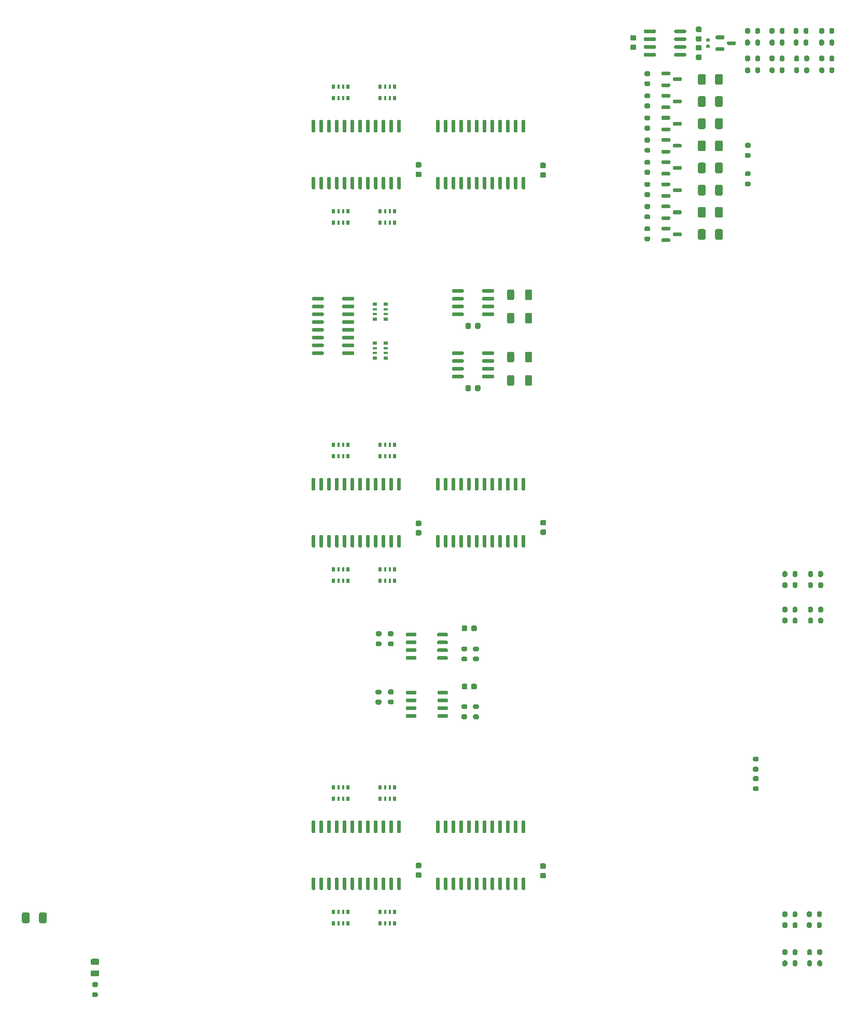
<source format=gtp>
G75*
G70*
%OFA0B0*%
%FSLAX25Y25*%
%IPPOS*%
%LPD*%
%AMOC8*
5,1,8,0,0,1.08239X$1,22.5*
%
%ADD18R,0.01969X0.03150*%
%ADD19R,0.01575X0.03150*%
%ADD20R,0.03150X0.01969*%
%ADD21R,0.03150X0.01575*%
X0000000Y0000000D02*
%LPD*%
G01*
G36*
G01*
X0653642Y0060925D02*
X0653642Y0058760D01*
G75*
G02*
X0652854Y0057972I-000787J0000000D01*
G01*
X0651280Y0057972D01*
G75*
G02*
X0650492Y0058760I0000000J0000787D01*
G01*
X0650492Y0060925D01*
G75*
G02*
X0651280Y0061713I0000787J0000000D01*
G01*
X0652854Y0061713D01*
G75*
G02*
X0653642Y0060925I0000000J-000787D01*
G01*
G37*
G36*
G01*
X0647146Y0060925D02*
X0647146Y0058760D01*
G75*
G02*
X0646358Y0057972I-000787J0000000D01*
G01*
X0644783Y0057972D01*
G75*
G02*
X0643996Y0058760I0000000J0000787D01*
G01*
X0643996Y0060925D01*
G75*
G02*
X0644783Y0061713I0000787J0000000D01*
G01*
X0646358Y0061713D01*
G75*
G02*
X0647146Y0060925I0000000J-000787D01*
G01*
G37*
G36*
G01*
X0589665Y0600689D02*
X0589665Y0605610D01*
G75*
G02*
X0590650Y0606594I0000984J0000000D01*
G01*
X0593602Y0606594D01*
G75*
G02*
X0594587Y0605610I0000000J-000984D01*
G01*
X0594587Y0600689D01*
G75*
G02*
X0593602Y0599705I-000984J0000000D01*
G01*
X0590650Y0599705D01*
G75*
G02*
X0589665Y0600689I0000000J0000984D01*
G01*
G37*
G36*
G01*
X0600689Y0600689D02*
X0600689Y0605610D01*
G75*
G02*
X0601673Y0606594I0000984J0000000D01*
G01*
X0604626Y0606594D01*
G75*
G02*
X0605610Y0605610I0000000J-000984D01*
G01*
X0605610Y0600689D01*
G75*
G02*
X0604626Y0599705I-000984J0000000D01*
G01*
X0601673Y0599705D01*
G75*
G02*
X0600689Y0600689I0000000J0000984D01*
G01*
G37*
G36*
G01*
X0677362Y0617618D02*
X0677362Y0615453D01*
G75*
G02*
X0676575Y0614665I-000787J0000000D01*
G01*
X0675000Y0614665D01*
G75*
G02*
X0674213Y0615453I0000000J0000787D01*
G01*
X0674213Y0617618D01*
G75*
G02*
X0675000Y0618406I0000787J0000000D01*
G01*
X0676575Y0618406D01*
G75*
G02*
X0677362Y0617618I0000000J-000787D01*
G01*
G37*
G36*
G01*
X0670866Y0617618D02*
X0670866Y0615453D01*
G75*
G02*
X0670079Y0614665I-000787J0000000D01*
G01*
X0668504Y0614665D01*
G75*
G02*
X0667717Y0615453I0000000J0000787D01*
G01*
X0667717Y0617618D01*
G75*
G02*
X0668504Y0618406I0000787J0000000D01*
G01*
X0670079Y0618406D01*
G75*
G02*
X0670866Y0617618I0000000J-000787D01*
G01*
G37*
G36*
G01*
X0627953Y0158563D02*
X0625787Y0158563D01*
G75*
G02*
X0625000Y0159350I0000000J0000787D01*
G01*
X0625000Y0160925D01*
G75*
G02*
X0625787Y0161713I0000787J0000000D01*
G01*
X0627953Y0161713D01*
G75*
G02*
X0628740Y0160925I0000000J-000787D01*
G01*
X0628740Y0159350D01*
G75*
G02*
X0627953Y0158563I-000787J0000000D01*
G01*
G37*
G36*
G01*
X0627953Y0165059D02*
X0625787Y0165059D01*
G75*
G02*
X0625000Y0165846I0000000J0000787D01*
G01*
X0625000Y0167421D01*
G75*
G02*
X0625787Y0168209I0000787J0000000D01*
G01*
X0627953Y0168209D01*
G75*
G02*
X0628740Y0167421I0000000J-000787D01*
G01*
X0628740Y0165846D01*
G75*
G02*
X0627953Y0165059I-000787J0000000D01*
G01*
G37*
G36*
G01*
X0566093Y0577840D02*
X0566093Y0579021D01*
G75*
G02*
X0566683Y0579612I0000591J0000000D01*
G01*
X0571309Y0579612D01*
G75*
G02*
X0571900Y0579021I0000000J-000591D01*
G01*
X0571900Y0577840D01*
G75*
G02*
X0571309Y0577250I-000591J0000000D01*
G01*
X0566683Y0577250D01*
G75*
G02*
X0566093Y0577840I0000000J0000591D01*
G01*
G37*
G36*
G01*
X0573474Y0574100D02*
X0573474Y0575281D01*
G75*
G02*
X0574065Y0575872I0000591J0000000D01*
G01*
X0578691Y0575872D01*
G75*
G02*
X0579281Y0575281I0000000J-000591D01*
G01*
X0579281Y0574100D01*
G75*
G02*
X0578691Y0573510I-000591J0000000D01*
G01*
X0574065Y0573510D01*
G75*
G02*
X0573474Y0574100I0000000J0000591D01*
G01*
G37*
G36*
G01*
X0566093Y0570360D02*
X0566093Y0571541D01*
G75*
G02*
X0566683Y0572132I0000591J0000000D01*
G01*
X0571309Y0572132D01*
G75*
G02*
X0571900Y0571541I0000000J-000591D01*
G01*
X0571900Y0570360D01*
G75*
G02*
X0571309Y0569769I-000591J0000000D01*
G01*
X0566683Y0569769D01*
G75*
G02*
X0566093Y0570360I0000000J0000591D01*
G01*
G37*
G36*
G01*
X0203765Y0027067D02*
X0200172Y0027067D01*
G75*
G02*
X0199213Y0028027I0000000J0000960D01*
G01*
X0199213Y0029946D01*
G75*
G02*
X0200172Y0030906I0000960J0000000D01*
G01*
X0203765Y0030906D01*
G75*
G02*
X0204724Y0029946I0000000J-000960D01*
G01*
X0204724Y0028027D01*
G75*
G02*
X0203765Y0027067I-000960J0000000D01*
G01*
G37*
G36*
G01*
X0203765Y0034449D02*
X0200172Y0034449D01*
G75*
G02*
X0199213Y0035408I0000000J0000960D01*
G01*
X0199213Y0037328D01*
G75*
G02*
X0200172Y0038287I0000960J0000000D01*
G01*
X0203765Y0038287D01*
G75*
G02*
X0204724Y0037328I0000000J-000960D01*
G01*
X0204724Y0035408D01*
G75*
G02*
X0203765Y0034449I-000960J0000000D01*
G01*
G37*
G36*
G01*
X0653642Y0036516D02*
X0653642Y0034350D01*
G75*
G02*
X0652854Y0033563I-000787J0000000D01*
G01*
X0651280Y0033563D01*
G75*
G02*
X0650492Y0034350I0000000J0000787D01*
G01*
X0650492Y0036516D01*
G75*
G02*
X0651280Y0037303I0000787J0000000D01*
G01*
X0652854Y0037303D01*
G75*
G02*
X0653642Y0036516I0000000J-000787D01*
G01*
G37*
G36*
G01*
X0647146Y0036516D02*
X0647146Y0034350D01*
G75*
G02*
X0646358Y0033563I-000787J0000000D01*
G01*
X0644783Y0033563D01*
G75*
G02*
X0643996Y0034350I0000000J0000787D01*
G01*
X0643996Y0036516D01*
G75*
G02*
X0644783Y0037303I0000787J0000000D01*
G01*
X0646358Y0037303D01*
G75*
G02*
X0647146Y0036516I0000000J-000787D01*
G01*
G37*
G36*
G01*
X0635728Y0633169D02*
X0635728Y0635335D01*
G75*
G02*
X0636516Y0636122I0000787J0000000D01*
G01*
X0638091Y0636122D01*
G75*
G02*
X0638878Y0635335I0000000J-000787D01*
G01*
X0638878Y0633169D01*
G75*
G02*
X0638091Y0632382I-000787J0000000D01*
G01*
X0636516Y0632382D01*
G75*
G02*
X0635728Y0633169I0000000J0000787D01*
G01*
G37*
G36*
G01*
X0642224Y0633169D02*
X0642224Y0635335D01*
G75*
G02*
X0643012Y0636122I0000787J0000000D01*
G01*
X0644587Y0636122D01*
G75*
G02*
X0645374Y0635335I0000000J-000787D01*
G01*
X0645374Y0633169D01*
G75*
G02*
X0644587Y0632382I-000787J0000000D01*
G01*
X0643012Y0632382D01*
G75*
G02*
X0642224Y0633169I0000000J0000787D01*
G01*
G37*
G36*
G01*
X0589665Y0543771D02*
X0589665Y0548692D01*
G75*
G02*
X0590650Y0549677I0000984J0000000D01*
G01*
X0593602Y0549677D01*
G75*
G02*
X0594587Y0548692I0000000J-000984D01*
G01*
X0594587Y0543771D01*
G75*
G02*
X0593602Y0542787I-000984J0000000D01*
G01*
X0590650Y0542787D01*
G75*
G02*
X0589665Y0543771I0000000J0000984D01*
G01*
G37*
G36*
G01*
X0600689Y0543771D02*
X0600689Y0548692D01*
G75*
G02*
X0601673Y0549677I0000984J0000000D01*
G01*
X0604626Y0549677D01*
G75*
G02*
X0605610Y0548692I0000000J-000984D01*
G01*
X0605610Y0543771D01*
G75*
G02*
X0604626Y0542787I-000984J0000000D01*
G01*
X0601673Y0542787D01*
G75*
G02*
X0600689Y0543771I0000000J0000984D01*
G01*
G37*
G36*
G01*
X0547047Y0631594D02*
X0549016Y0631594D01*
G75*
G02*
X0549902Y0630709I0000000J-000886D01*
G01*
X0549902Y0628937D01*
G75*
G02*
X0549016Y0628051I-000886J0000000D01*
G01*
X0547047Y0628051D01*
G75*
G02*
X0546161Y0628937I0000000J0000886D01*
G01*
X0546161Y0630709D01*
G75*
G02*
X0547047Y0631594I0000886J0000000D01*
G01*
G37*
G36*
G01*
X0547047Y0625492D02*
X0549016Y0625492D01*
G75*
G02*
X0549902Y0624606I0000000J-000886D01*
G01*
X0549902Y0622835D01*
G75*
G02*
X0549016Y0621949I-000886J0000000D01*
G01*
X0547047Y0621949D01*
G75*
G02*
X0546161Y0622835I0000000J0000886D01*
G01*
X0546161Y0624606D01*
G75*
G02*
X0547047Y0625492I0000886J0000000D01*
G01*
G37*
G36*
G01*
X0482972Y0467264D02*
X0482972Y0462343D01*
G75*
G02*
X0481988Y0461358I-000984J0000000D01*
G01*
X0479528Y0461358D01*
G75*
G02*
X0478543Y0462343I0000000J0000984D01*
G01*
X0478543Y0467264D01*
G75*
G02*
X0479528Y0468248I0000984J0000000D01*
G01*
X0481988Y0468248D01*
G75*
G02*
X0482972Y0467264I0000000J-000984D01*
G01*
G37*
G36*
G01*
X0471457Y0467264D02*
X0471457Y0462343D01*
G75*
G02*
X0470472Y0461358I-000984J0000000D01*
G01*
X0468012Y0461358D01*
G75*
G02*
X0467028Y0462343I0000000J0000984D01*
G01*
X0467028Y0467264D01*
G75*
G02*
X0468012Y0468248I0000984J0000000D01*
G01*
X0470472Y0468248D01*
G75*
G02*
X0471457Y0467264I0000000J-000984D01*
G01*
G37*
D18*
X0355276Y0061260D03*
D19*
X0358425Y0061260D03*
X0361575Y0061260D03*
D18*
X0364724Y0061260D03*
X0364724Y0068346D03*
D19*
X0361575Y0068346D03*
X0358425Y0068346D03*
D18*
X0355276Y0068346D03*
G36*
G01*
X0449823Y0445787D02*
X0449823Y0443819D01*
G75*
G02*
X0448937Y0442933I-000886J0000000D01*
G01*
X0447165Y0442933D01*
G75*
G02*
X0446280Y0443819I0000000J0000886D01*
G01*
X0446280Y0445787D01*
G75*
G02*
X0447165Y0446673I0000886J0000000D01*
G01*
X0448937Y0446673D01*
G75*
G02*
X0449823Y0445787I0000000J-000886D01*
G01*
G37*
G36*
G01*
X0443720Y0445787D02*
X0443720Y0443819D01*
G75*
G02*
X0442835Y0442933I-000886J0000000D01*
G01*
X0441063Y0442933D01*
G75*
G02*
X0440177Y0443819I0000000J0000886D01*
G01*
X0440177Y0445787D01*
G75*
G02*
X0441063Y0446673I0000886J0000000D01*
G01*
X0442835Y0446673D01*
G75*
G02*
X0443720Y0445787I0000000J-000886D01*
G01*
G37*
X0364724Y0148346D03*
D19*
X0361575Y0148346D03*
X0358425Y0148346D03*
D18*
X0355276Y0148346D03*
X0355276Y0141260D03*
D19*
X0358425Y0141260D03*
X0361575Y0141260D03*
D18*
X0364724Y0141260D03*
G36*
G01*
X0482972Y0412264D02*
X0482972Y0407343D01*
G75*
G02*
X0481988Y0406358I-000984J0000000D01*
G01*
X0479528Y0406358D01*
G75*
G02*
X0478543Y0407343I0000000J0000984D01*
G01*
X0478543Y0412264D01*
G75*
G02*
X0479528Y0413248I0000984J0000000D01*
G01*
X0481988Y0413248D01*
G75*
G02*
X0482972Y0412264I0000000J-000984D01*
G01*
G37*
G36*
G01*
X0471457Y0412264D02*
X0471457Y0407343D01*
G75*
G02*
X0470472Y0406358I-000984J0000000D01*
G01*
X0468012Y0406358D01*
G75*
G02*
X0467028Y0407343I0000000J0000984D01*
G01*
X0467028Y0412264D01*
G75*
G02*
X0468012Y0413248I0000984J0000000D01*
G01*
X0470472Y0413248D01*
G75*
G02*
X0471457Y0412264I0000000J-000984D01*
G01*
G37*
G36*
G01*
X0670079Y0279429D02*
X0670079Y0277264D01*
G75*
G02*
X0669291Y0276476I-000787J0000000D01*
G01*
X0667717Y0276476D01*
G75*
G02*
X0666929Y0277264I0000000J0000787D01*
G01*
X0666929Y0279429D01*
G75*
G02*
X0667717Y0280217I0000787J0000000D01*
G01*
X0669291Y0280217D01*
G75*
G02*
X0670079Y0279429I0000000J-000787D01*
G01*
G37*
G36*
G01*
X0663583Y0279429D02*
X0663583Y0277264D01*
G75*
G02*
X0662795Y0276476I-000787J0000000D01*
G01*
X0661220Y0276476D01*
G75*
G02*
X0660433Y0277264I0000000J0000787D01*
G01*
X0660433Y0279429D01*
G75*
G02*
X0661220Y0280217I0000787J0000000D01*
G01*
X0662795Y0280217D01*
G75*
G02*
X0663583Y0279429I0000000J-000787D01*
G01*
G37*
G36*
G01*
X0401772Y0245886D02*
X0401772Y0247067D01*
G75*
G02*
X0402362Y0247657I0000591J0000000D01*
G01*
X0408071Y0247657D01*
G75*
G02*
X0408661Y0247067I0000000J-000591D01*
G01*
X0408661Y0245886D01*
G75*
G02*
X0408071Y0245295I-000591J0000000D01*
G01*
X0402362Y0245295D01*
G75*
G02*
X0401772Y0245886I0000000J0000591D01*
G01*
G37*
G36*
G01*
X0401772Y0240886D02*
X0401772Y0242067D01*
G75*
G02*
X0402362Y0242657I0000591J0000000D01*
G01*
X0408071Y0242657D01*
G75*
G02*
X0408661Y0242067I0000000J-000591D01*
G01*
X0408661Y0240886D01*
G75*
G02*
X0408071Y0240295I-000591J0000000D01*
G01*
X0402362Y0240295D01*
G75*
G02*
X0401772Y0240886I0000000J0000591D01*
G01*
G37*
G36*
G01*
X0401772Y0235886D02*
X0401772Y0237067D01*
G75*
G02*
X0402362Y0237657I0000591J0000000D01*
G01*
X0408071Y0237657D01*
G75*
G02*
X0408661Y0237067I0000000J-000591D01*
G01*
X0408661Y0235886D01*
G75*
G02*
X0408071Y0235295I-000591J0000000D01*
G01*
X0402362Y0235295D01*
G75*
G02*
X0401772Y0235886I0000000J0000591D01*
G01*
G37*
G36*
G01*
X0401772Y0230886D02*
X0401772Y0232067D01*
G75*
G02*
X0402362Y0232657I0000591J0000000D01*
G01*
X0408071Y0232657D01*
G75*
G02*
X0408661Y0232067I0000000J-000591D01*
G01*
X0408661Y0230886D01*
G75*
G02*
X0408071Y0230295I-000591J0000000D01*
G01*
X0402362Y0230295D01*
G75*
G02*
X0401772Y0230886I0000000J0000591D01*
G01*
G37*
G36*
G01*
X0422047Y0230886D02*
X0422047Y0232067D01*
G75*
G02*
X0422638Y0232657I0000591J0000000D01*
G01*
X0428346Y0232657D01*
G75*
G02*
X0428937Y0232067I0000000J-000591D01*
G01*
X0428937Y0230886D01*
G75*
G02*
X0428346Y0230295I-000591J0000000D01*
G01*
X0422638Y0230295D01*
G75*
G02*
X0422047Y0230886I0000000J0000591D01*
G01*
G37*
G36*
G01*
X0422047Y0235886D02*
X0422047Y0237067D01*
G75*
G02*
X0422638Y0237657I0000591J0000000D01*
G01*
X0428346Y0237657D01*
G75*
G02*
X0428937Y0237067I0000000J-000591D01*
G01*
X0428937Y0235886D01*
G75*
G02*
X0428346Y0235295I-000591J0000000D01*
G01*
X0422638Y0235295D01*
G75*
G02*
X0422047Y0235886I0000000J0000591D01*
G01*
G37*
G36*
G01*
X0422047Y0240886D02*
X0422047Y0242067D01*
G75*
G02*
X0422638Y0242657I0000591J0000000D01*
G01*
X0428346Y0242657D01*
G75*
G02*
X0428937Y0242067I0000000J-000591D01*
G01*
X0428937Y0240886D01*
G75*
G02*
X0428346Y0240295I-000591J0000000D01*
G01*
X0422638Y0240295D01*
G75*
G02*
X0422047Y0240886I0000000J0000591D01*
G01*
G37*
G36*
G01*
X0422047Y0245886D02*
X0422047Y0247067D01*
G75*
G02*
X0422638Y0247657I0000591J0000000D01*
G01*
X0428346Y0247657D01*
G75*
G02*
X0428937Y0247067I0000000J-000591D01*
G01*
X0428937Y0245886D01*
G75*
G02*
X0428346Y0245295I-000591J0000000D01*
G01*
X0422638Y0245295D01*
G75*
G02*
X0422047Y0245886I0000000J0000591D01*
G01*
G37*
G36*
G01*
X0600886Y0629528D02*
X0600886Y0630709D01*
G75*
G02*
X0601476Y0631299I0000591J0000000D01*
G01*
X0606102Y0631299D01*
G75*
G02*
X0606693Y0630709I0000000J-000591D01*
G01*
X0606693Y0629528D01*
G75*
G02*
X0606102Y0628937I-000591J0000000D01*
G01*
X0601476Y0628937D01*
G75*
G02*
X0600886Y0629528I0000000J0000591D01*
G01*
G37*
G36*
G01*
X0600886Y0622047D02*
X0600886Y0623228D01*
G75*
G02*
X0601476Y0623819I0000591J0000000D01*
G01*
X0606102Y0623819D01*
G75*
G02*
X0606693Y0623228I0000000J-000591D01*
G01*
X0606693Y0622047D01*
G75*
G02*
X0606102Y0621457I-000591J0000000D01*
G01*
X0601476Y0621457D01*
G75*
G02*
X0600886Y0622047I0000000J0000591D01*
G01*
G37*
G36*
G01*
X0608268Y0625787D02*
X0608268Y0626969D01*
G75*
G02*
X0608858Y0627559I0000591J0000000D01*
G01*
X0613484Y0627559D01*
G75*
G02*
X0614075Y0626969I0000000J-000591D01*
G01*
X0614075Y0625787D01*
G75*
G02*
X0613484Y0625197I-000591J0000000D01*
G01*
X0608858Y0625197D01*
G75*
G02*
X0608268Y0625787I0000000J0000591D01*
G01*
G37*
G36*
G01*
X0401850Y0208642D02*
X0401850Y0209823D01*
G75*
G02*
X0402441Y0210413I0000591J0000000D01*
G01*
X0408150Y0210413D01*
G75*
G02*
X0408740Y0209823I0000000J-000591D01*
G01*
X0408740Y0208642D01*
G75*
G02*
X0408150Y0208051I-000591J0000000D01*
G01*
X0402441Y0208051D01*
G75*
G02*
X0401850Y0208642I0000000J0000591D01*
G01*
G37*
G36*
G01*
X0401850Y0203642D02*
X0401850Y0204823D01*
G75*
G02*
X0402441Y0205413I0000591J0000000D01*
G01*
X0408150Y0205413D01*
G75*
G02*
X0408740Y0204823I0000000J-000591D01*
G01*
X0408740Y0203642D01*
G75*
G02*
X0408150Y0203051I-000591J0000000D01*
G01*
X0402441Y0203051D01*
G75*
G02*
X0401850Y0203642I0000000J0000591D01*
G01*
G37*
G36*
G01*
X0401850Y0198642D02*
X0401850Y0199823D01*
G75*
G02*
X0402441Y0200413I0000591J0000000D01*
G01*
X0408150Y0200413D01*
G75*
G02*
X0408740Y0199823I0000000J-000591D01*
G01*
X0408740Y0198642D01*
G75*
G02*
X0408150Y0198051I-000591J0000000D01*
G01*
X0402441Y0198051D01*
G75*
G02*
X0401850Y0198642I0000000J0000591D01*
G01*
G37*
G36*
G01*
X0401850Y0193642D02*
X0401850Y0194823D01*
G75*
G02*
X0402441Y0195413I0000591J0000000D01*
G01*
X0408150Y0195413D01*
G75*
G02*
X0408740Y0194823I0000000J-000591D01*
G01*
X0408740Y0193642D01*
G75*
G02*
X0408150Y0193051I-000591J0000000D01*
G01*
X0402441Y0193051D01*
G75*
G02*
X0401850Y0193642I0000000J0000591D01*
G01*
G37*
G36*
G01*
X0422126Y0193642D02*
X0422126Y0194823D01*
G75*
G02*
X0422717Y0195413I0000591J0000000D01*
G01*
X0428425Y0195413D01*
G75*
G02*
X0429016Y0194823I0000000J-000591D01*
G01*
X0429016Y0193642D01*
G75*
G02*
X0428425Y0193051I-000591J0000000D01*
G01*
X0422717Y0193051D01*
G75*
G02*
X0422126Y0193642I0000000J0000591D01*
G01*
G37*
G36*
G01*
X0422126Y0198642D02*
X0422126Y0199823D01*
G75*
G02*
X0422717Y0200413I0000591J0000000D01*
G01*
X0428425Y0200413D01*
G75*
G02*
X0429016Y0199823I0000000J-000591D01*
G01*
X0429016Y0198642D01*
G75*
G02*
X0428425Y0198051I-000591J0000000D01*
G01*
X0422717Y0198051D01*
G75*
G02*
X0422126Y0198642I0000000J0000591D01*
G01*
G37*
G36*
G01*
X0422126Y0203642D02*
X0422126Y0204823D01*
G75*
G02*
X0422717Y0205413I0000591J0000000D01*
G01*
X0428425Y0205413D01*
G75*
G02*
X0429016Y0204823I0000000J-000591D01*
G01*
X0429016Y0203642D01*
G75*
G02*
X0428425Y0203051I-000591J0000000D01*
G01*
X0422717Y0203051D01*
G75*
G02*
X0422126Y0203642I0000000J0000591D01*
G01*
G37*
G36*
G01*
X0422126Y0208642D02*
X0422126Y0209823D01*
G75*
G02*
X0422717Y0210413I0000591J0000000D01*
G01*
X0428425Y0210413D01*
G75*
G02*
X0429016Y0209823I0000000J-000591D01*
G01*
X0429016Y0208642D01*
G75*
G02*
X0428425Y0208051I-000591J0000000D01*
G01*
X0422717Y0208051D01*
G75*
G02*
X0422126Y0208642I0000000J0000591D01*
G01*
G37*
G36*
G01*
X0170965Y0067106D02*
X0170965Y0062185D01*
G75*
G02*
X0169980Y0061201I-000984J0000000D01*
G01*
X0167028Y0061201D01*
G75*
G02*
X0166043Y0062185I0000000J0000984D01*
G01*
X0166043Y0067106D01*
G75*
G02*
X0167028Y0068091I0000984J0000000D01*
G01*
X0169980Y0068091D01*
G75*
G02*
X0170965Y0067106I0000000J-000984D01*
G01*
G37*
G36*
G01*
X0159941Y0067106D02*
X0159941Y0062185D01*
G75*
G02*
X0158957Y0061201I-000984J0000000D01*
G01*
X0156004Y0061201D01*
G75*
G02*
X0155020Y0062185I0000000J0000984D01*
G01*
X0155020Y0067106D01*
G75*
G02*
X0156004Y0068091I0000984J0000000D01*
G01*
X0158957Y0068091D01*
G75*
G02*
X0159941Y0067106I0000000J-000984D01*
G01*
G37*
G36*
G01*
X0383248Y0248681D02*
X0385413Y0248681D01*
G75*
G02*
X0386201Y0247894I0000000J-000787D01*
G01*
X0386201Y0246319D01*
G75*
G02*
X0385413Y0245531I-000787J0000000D01*
G01*
X0383248Y0245531D01*
G75*
G02*
X0382461Y0246319I0000000J0000787D01*
G01*
X0382461Y0247894D01*
G75*
G02*
X0383248Y0248681I0000787J0000000D01*
G01*
G37*
G36*
G01*
X0383248Y0242185D02*
X0385413Y0242185D01*
G75*
G02*
X0386201Y0241398I0000000J-000787D01*
G01*
X0386201Y0239823D01*
G75*
G02*
X0385413Y0239035I-000787J0000000D01*
G01*
X0383248Y0239035D01*
G75*
G02*
X0382461Y0239823I0000000J0000787D01*
G01*
X0382461Y0241398D01*
G75*
G02*
X0383248Y0242185I0000787J0000000D01*
G01*
G37*
G36*
G01*
X0619980Y0625689D02*
X0619980Y0627854D01*
G75*
G02*
X0620768Y0628642I0000787J0000000D01*
G01*
X0622343Y0628642D01*
G75*
G02*
X0623130Y0627854I0000000J-000787D01*
G01*
X0623130Y0625689D01*
G75*
G02*
X0622343Y0624902I-000787J0000000D01*
G01*
X0620768Y0624902D01*
G75*
G02*
X0619980Y0625689I0000000J0000787D01*
G01*
G37*
G36*
G01*
X0626476Y0625689D02*
X0626476Y0627854D01*
G75*
G02*
X0627264Y0628642I0000787J0000000D01*
G01*
X0628839Y0628642D01*
G75*
G02*
X0629626Y0627854I0000000J-000787D01*
G01*
X0629626Y0625689D01*
G75*
G02*
X0628839Y0624902I-000787J0000000D01*
G01*
X0627264Y0624902D01*
G75*
G02*
X0626476Y0625689I0000000J0000787D01*
G01*
G37*
G36*
G01*
X0660433Y0254429D02*
X0660433Y0256594D01*
G75*
G02*
X0661220Y0257382I0000787J0000000D01*
G01*
X0662795Y0257382D01*
G75*
G02*
X0663583Y0256594I0000000J-000787D01*
G01*
X0663583Y0254429D01*
G75*
G02*
X0662795Y0253642I-000787J0000000D01*
G01*
X0661220Y0253642D01*
G75*
G02*
X0660433Y0254429I0000000J0000787D01*
G01*
G37*
G36*
G01*
X0666929Y0254429D02*
X0666929Y0256594D01*
G75*
G02*
X0667717Y0257382I0000787J0000000D01*
G01*
X0669291Y0257382D01*
G75*
G02*
X0670079Y0256594I0000000J-000787D01*
G01*
X0670079Y0254429D01*
G75*
G02*
X0669291Y0253642I-000787J0000000D01*
G01*
X0667717Y0253642D01*
G75*
G02*
X0666929Y0254429I0000000J0000787D01*
G01*
G37*
G36*
G01*
X0566093Y0563611D02*
X0566093Y0564792D01*
G75*
G02*
X0566683Y0565382I0000591J0000000D01*
G01*
X0571309Y0565382D01*
G75*
G02*
X0571900Y0564792I0000000J-000591D01*
G01*
X0571900Y0563611D01*
G75*
G02*
X0571309Y0563020I-000591J0000000D01*
G01*
X0566683Y0563020D01*
G75*
G02*
X0566093Y0563611I0000000J0000591D01*
G01*
G37*
G36*
G01*
X0573474Y0559871D02*
X0573474Y0561052D01*
G75*
G02*
X0574065Y0561642I0000591J0000000D01*
G01*
X0578691Y0561642D01*
G75*
G02*
X0579281Y0561052I0000000J-000591D01*
G01*
X0579281Y0559871D01*
G75*
G02*
X0578691Y0559280I-000591J0000000D01*
G01*
X0574065Y0559280D01*
G75*
G02*
X0573474Y0559871I0000000J0000591D01*
G01*
G37*
G36*
G01*
X0566093Y0556130D02*
X0566093Y0557312D01*
G75*
G02*
X0566683Y0557902I0000591J0000000D01*
G01*
X0571309Y0557902D01*
G75*
G02*
X0571900Y0557312I0000000J-000591D01*
G01*
X0571900Y0556130D01*
G75*
G02*
X0571309Y0555540I-000591J0000000D01*
G01*
X0566683Y0555540D01*
G75*
G02*
X0566093Y0556130I0000000J0000591D01*
G01*
G37*
G36*
G01*
X0659646Y0065945D02*
X0659646Y0068110D01*
G75*
G02*
X0660433Y0068898I0000787J0000000D01*
G01*
X0662008Y0068898D01*
G75*
G02*
X0662795Y0068110I0000000J-000787D01*
G01*
X0662795Y0065945D01*
G75*
G02*
X0662008Y0065157I-000787J0000000D01*
G01*
X0660433Y0065157D01*
G75*
G02*
X0659646Y0065945I0000000J0000787D01*
G01*
G37*
G36*
G01*
X0666142Y0065945D02*
X0666142Y0068110D01*
G75*
G02*
X0666929Y0068898I0000787J0000000D01*
G01*
X0668504Y0068898D01*
G75*
G02*
X0669291Y0068110I0000000J-000787D01*
G01*
X0669291Y0065945D01*
G75*
G02*
X0668504Y0065157I-000787J0000000D01*
G01*
X0666929Y0065157D01*
G75*
G02*
X0666142Y0065945I0000000J0000787D01*
G01*
G37*
G36*
G01*
X0558169Y0541803D02*
X0556004Y0541803D01*
G75*
G02*
X0555217Y0542590I0000000J0000787D01*
G01*
X0555217Y0544165D01*
G75*
G02*
X0556004Y0544952I0000787J0000000D01*
G01*
X0558169Y0544952D01*
G75*
G02*
X0558957Y0544165I0000000J-000787D01*
G01*
X0558957Y0542590D01*
G75*
G02*
X0558169Y0541803I-000787J0000000D01*
G01*
G37*
G36*
G01*
X0558169Y0548299D02*
X0556004Y0548299D01*
G75*
G02*
X0555217Y0549086I0000000J0000787D01*
G01*
X0555217Y0550661D01*
G75*
G02*
X0556004Y0551448I0000787J0000000D01*
G01*
X0558169Y0551448D01*
G75*
G02*
X0558957Y0550661I0000000J-000787D01*
G01*
X0558957Y0549086D01*
G75*
G02*
X0558169Y0548299I-000787J0000000D01*
G01*
G37*
G36*
G01*
X0449823Y0405787D02*
X0449823Y0403819D01*
G75*
G02*
X0448937Y0402933I-000886J0000000D01*
G01*
X0447165Y0402933D01*
G75*
G02*
X0446280Y0403819I0000000J0000886D01*
G01*
X0446280Y0405787D01*
G75*
G02*
X0447165Y0406673I0000886J0000000D01*
G01*
X0448937Y0406673D01*
G75*
G02*
X0449823Y0405787I0000000J-000886D01*
G01*
G37*
G36*
G01*
X0443720Y0405787D02*
X0443720Y0403819D01*
G75*
G02*
X0442835Y0402933I-000886J0000000D01*
G01*
X0441063Y0402933D01*
G75*
G02*
X0440177Y0403819I0000000J0000886D01*
G01*
X0440177Y0405787D01*
G75*
G02*
X0441063Y0406673I0000886J0000000D01*
G01*
X0442835Y0406673D01*
G75*
G02*
X0443720Y0405787I0000000J-000886D01*
G01*
G37*
G36*
G01*
X0619980Y0615453D02*
X0619980Y0617618D01*
G75*
G02*
X0620768Y0618406I0000787J0000000D01*
G01*
X0622343Y0618406D01*
G75*
G02*
X0623130Y0617618I0000000J-000787D01*
G01*
X0623130Y0615453D01*
G75*
G02*
X0622343Y0614665I-000787J0000000D01*
G01*
X0620768Y0614665D01*
G75*
G02*
X0619980Y0615453I0000000J0000787D01*
G01*
G37*
G36*
G01*
X0626476Y0615453D02*
X0626476Y0617618D01*
G75*
G02*
X0627264Y0618406I0000787J0000000D01*
G01*
X0628839Y0618406D01*
G75*
G02*
X0629626Y0617618I0000000J-000787D01*
G01*
X0629626Y0615453D01*
G75*
G02*
X0628839Y0614665I-000787J0000000D01*
G01*
X0627264Y0614665D01*
G75*
G02*
X0626476Y0615453I0000000J0000787D01*
G01*
G37*
G36*
G01*
X0489016Y0549626D02*
X0490984Y0549626D01*
G75*
G02*
X0491870Y0548740I0000000J-000886D01*
G01*
X0491870Y0546969D01*
G75*
G02*
X0490984Y0546083I-000886J0000000D01*
G01*
X0489016Y0546083D01*
G75*
G02*
X0488130Y0546969I0000000J0000886D01*
G01*
X0488130Y0548740D01*
G75*
G02*
X0489016Y0549626I0000886J0000000D01*
G01*
G37*
G36*
G01*
X0489016Y0543524D02*
X0490984Y0543524D01*
G75*
G02*
X0491870Y0542638I0000000J-000886D01*
G01*
X0491870Y0540866D01*
G75*
G02*
X0490984Y0539980I-000886J0000000D01*
G01*
X0489016Y0539980D01*
G75*
G02*
X0488130Y0540866I0000000J0000886D01*
G01*
X0488130Y0542638D01*
G75*
G02*
X0489016Y0543524I0000886J0000000D01*
G01*
G37*
G36*
G01*
X0554921Y0633287D02*
X0554921Y0634469D01*
G75*
G02*
X0555512Y0635059I0000591J0000000D01*
G01*
X0562008Y0635059D01*
G75*
G02*
X0562598Y0634469I0000000J-000591D01*
G01*
X0562598Y0633287D01*
G75*
G02*
X0562008Y0632697I-000591J0000000D01*
G01*
X0555512Y0632697D01*
G75*
G02*
X0554921Y0633287I0000000J0000591D01*
G01*
G37*
G36*
G01*
X0554921Y0628287D02*
X0554921Y0629469D01*
G75*
G02*
X0555512Y0630059I0000591J0000000D01*
G01*
X0562008Y0630059D01*
G75*
G02*
X0562598Y0629469I0000000J-000591D01*
G01*
X0562598Y0628287D01*
G75*
G02*
X0562008Y0627697I-000591J0000000D01*
G01*
X0555512Y0627697D01*
G75*
G02*
X0554921Y0628287I0000000J0000591D01*
G01*
G37*
G36*
G01*
X0554921Y0623287D02*
X0554921Y0624469D01*
G75*
G02*
X0555512Y0625059I0000591J0000000D01*
G01*
X0562008Y0625059D01*
G75*
G02*
X0562598Y0624469I0000000J-000591D01*
G01*
X0562598Y0623287D01*
G75*
G02*
X0562008Y0622697I-000591J0000000D01*
G01*
X0555512Y0622697D01*
G75*
G02*
X0554921Y0623287I0000000J0000591D01*
G01*
G37*
G36*
G01*
X0554921Y0618287D02*
X0554921Y0619469D01*
G75*
G02*
X0555512Y0620059I0000591J0000000D01*
G01*
X0562008Y0620059D01*
G75*
G02*
X0562598Y0619469I0000000J-000591D01*
G01*
X0562598Y0618287D01*
G75*
G02*
X0562008Y0617697I-000591J0000000D01*
G01*
X0555512Y0617697D01*
G75*
G02*
X0554921Y0618287I0000000J0000591D01*
G01*
G37*
G36*
G01*
X0574409Y0618287D02*
X0574409Y0619469D01*
G75*
G02*
X0575000Y0620059I0000591J0000000D01*
G01*
X0581496Y0620059D01*
G75*
G02*
X0582087Y0619469I0000000J-000591D01*
G01*
X0582087Y0618287D01*
G75*
G02*
X0581496Y0617697I-000591J0000000D01*
G01*
X0575000Y0617697D01*
G75*
G02*
X0574409Y0618287I0000000J0000591D01*
G01*
G37*
G36*
G01*
X0574409Y0623287D02*
X0574409Y0624469D01*
G75*
G02*
X0575000Y0625059I0000591J0000000D01*
G01*
X0581496Y0625059D01*
G75*
G02*
X0582087Y0624469I0000000J-000591D01*
G01*
X0582087Y0623287D01*
G75*
G02*
X0581496Y0622697I-000591J0000000D01*
G01*
X0575000Y0622697D01*
G75*
G02*
X0574409Y0623287I0000000J0000591D01*
G01*
G37*
G36*
G01*
X0574409Y0628287D02*
X0574409Y0629469D01*
G75*
G02*
X0575000Y0630059I0000591J0000000D01*
G01*
X0581496Y0630059D01*
G75*
G02*
X0582087Y0629469I0000000J-000591D01*
G01*
X0582087Y0628287D01*
G75*
G02*
X0581496Y0627697I-000591J0000000D01*
G01*
X0575000Y0627697D01*
G75*
G02*
X0574409Y0628287I0000000J0000591D01*
G01*
G37*
G36*
G01*
X0574409Y0633287D02*
X0574409Y0634469D01*
G75*
G02*
X0575000Y0635059I0000591J0000000D01*
G01*
X0581496Y0635059D01*
G75*
G02*
X0582087Y0634469I0000000J-000591D01*
G01*
X0582087Y0633287D01*
G75*
G02*
X0581496Y0632697I-000591J0000000D01*
G01*
X0575000Y0632697D01*
G75*
G02*
X0574409Y0633287I0000000J0000591D01*
G01*
G37*
G36*
G01*
X0445846Y0238937D02*
X0448012Y0238937D01*
G75*
G02*
X0448799Y0238150I0000000J-000787D01*
G01*
X0448799Y0236575D01*
G75*
G02*
X0448012Y0235787I-000787J0000000D01*
G01*
X0445846Y0235787D01*
G75*
G02*
X0445059Y0236575I0000000J0000787D01*
G01*
X0445059Y0238150D01*
G75*
G02*
X0445846Y0238937I0000787J0000000D01*
G01*
G37*
G36*
G01*
X0445846Y0232441D02*
X0448012Y0232441D01*
G75*
G02*
X0448799Y0231654I0000000J-000787D01*
G01*
X0448799Y0230079D01*
G75*
G02*
X0448012Y0229291I-000787J0000000D01*
G01*
X0445846Y0229291D01*
G75*
G02*
X0445059Y0230079I0000000J0000787D01*
G01*
X0445059Y0231654D01*
G75*
G02*
X0445846Y0232441I0000787J0000000D01*
G01*
G37*
G36*
G01*
X0627953Y0145965D02*
X0625787Y0145965D01*
G75*
G02*
X0625000Y0146752I0000000J0000787D01*
G01*
X0625000Y0148327D01*
G75*
G02*
X0625787Y0149114I0000787J0000000D01*
G01*
X0627953Y0149114D01*
G75*
G02*
X0628740Y0148327I0000000J-000787D01*
G01*
X0628740Y0146752D01*
G75*
G02*
X0627953Y0145965I-000787J0000000D01*
G01*
G37*
G36*
G01*
X0627953Y0152461D02*
X0625787Y0152461D01*
G75*
G02*
X0625000Y0153248I0000000J0000787D01*
G01*
X0625000Y0154823D01*
G75*
G02*
X0625787Y0155610I0000787J0000000D01*
G01*
X0627953Y0155610D01*
G75*
G02*
X0628740Y0154823I0000000J-000787D01*
G01*
X0628740Y0153248D01*
G75*
G02*
X0627953Y0152461I-000787J0000000D01*
G01*
G37*
G36*
G01*
X0476909Y0577146D02*
X0478091Y0577146D01*
G75*
G02*
X0478681Y0576555I0000000J-000591D01*
G01*
X0478681Y0569665D01*
G75*
G02*
X0478091Y0569075I-000591J0000000D01*
G01*
X0476909Y0569075D01*
G75*
G02*
X0476319Y0569665I0000000J0000591D01*
G01*
X0476319Y0576555D01*
G75*
G02*
X0476909Y0577146I0000591J0000000D01*
G01*
G37*
G36*
G01*
X0471909Y0577146D02*
X0473091Y0577146D01*
G75*
G02*
X0473681Y0576555I0000000J-000591D01*
G01*
X0473681Y0569665D01*
G75*
G02*
X0473091Y0569075I-000591J0000000D01*
G01*
X0471909Y0569075D01*
G75*
G02*
X0471319Y0569665I0000000J0000591D01*
G01*
X0471319Y0576555D01*
G75*
G02*
X0471909Y0577146I0000591J0000000D01*
G01*
G37*
G36*
G01*
X0466909Y0577146D02*
X0468091Y0577146D01*
G75*
G02*
X0468681Y0576555I0000000J-000591D01*
G01*
X0468681Y0569665D01*
G75*
G02*
X0468091Y0569075I-000591J0000000D01*
G01*
X0466909Y0569075D01*
G75*
G02*
X0466319Y0569665I0000000J0000591D01*
G01*
X0466319Y0576555D01*
G75*
G02*
X0466909Y0577146I0000591J0000000D01*
G01*
G37*
G36*
G01*
X0461909Y0577146D02*
X0463091Y0577146D01*
G75*
G02*
X0463681Y0576555I0000000J-000591D01*
G01*
X0463681Y0569665D01*
G75*
G02*
X0463091Y0569075I-000591J0000000D01*
G01*
X0461909Y0569075D01*
G75*
G02*
X0461319Y0569665I0000000J0000591D01*
G01*
X0461319Y0576555D01*
G75*
G02*
X0461909Y0577146I0000591J0000000D01*
G01*
G37*
G36*
G01*
X0456909Y0577146D02*
X0458091Y0577146D01*
G75*
G02*
X0458681Y0576555I0000000J-000591D01*
G01*
X0458681Y0569665D01*
G75*
G02*
X0458091Y0569075I-000591J0000000D01*
G01*
X0456909Y0569075D01*
G75*
G02*
X0456319Y0569665I0000000J0000591D01*
G01*
X0456319Y0576555D01*
G75*
G02*
X0456909Y0577146I0000591J0000000D01*
G01*
G37*
G36*
G01*
X0451909Y0577146D02*
X0453091Y0577146D01*
G75*
G02*
X0453681Y0576555I0000000J-000591D01*
G01*
X0453681Y0569665D01*
G75*
G02*
X0453091Y0569075I-000591J0000000D01*
G01*
X0451909Y0569075D01*
G75*
G02*
X0451319Y0569665I0000000J0000591D01*
G01*
X0451319Y0576555D01*
G75*
G02*
X0451909Y0577146I0000591J0000000D01*
G01*
G37*
G36*
G01*
X0446909Y0577146D02*
X0448091Y0577146D01*
G75*
G02*
X0448681Y0576555I0000000J-000591D01*
G01*
X0448681Y0569665D01*
G75*
G02*
X0448091Y0569075I-000591J0000000D01*
G01*
X0446909Y0569075D01*
G75*
G02*
X0446319Y0569665I0000000J0000591D01*
G01*
X0446319Y0576555D01*
G75*
G02*
X0446909Y0577146I0000591J0000000D01*
G01*
G37*
G36*
G01*
X0441909Y0577146D02*
X0443091Y0577146D01*
G75*
G02*
X0443681Y0576555I0000000J-000591D01*
G01*
X0443681Y0569665D01*
G75*
G02*
X0443091Y0569075I-000591J0000000D01*
G01*
X0441909Y0569075D01*
G75*
G02*
X0441319Y0569665I0000000J0000591D01*
G01*
X0441319Y0576555D01*
G75*
G02*
X0441909Y0577146I0000591J0000000D01*
G01*
G37*
G36*
G01*
X0436909Y0577146D02*
X0438091Y0577146D01*
G75*
G02*
X0438681Y0576555I0000000J-000591D01*
G01*
X0438681Y0569665D01*
G75*
G02*
X0438091Y0569075I-000591J0000000D01*
G01*
X0436909Y0569075D01*
G75*
G02*
X0436319Y0569665I0000000J0000591D01*
G01*
X0436319Y0576555D01*
G75*
G02*
X0436909Y0577146I0000591J0000000D01*
G01*
G37*
G36*
G01*
X0431909Y0577146D02*
X0433091Y0577146D01*
G75*
G02*
X0433681Y0576555I0000000J-000591D01*
G01*
X0433681Y0569665D01*
G75*
G02*
X0433091Y0569075I-000591J0000000D01*
G01*
X0431909Y0569075D01*
G75*
G02*
X0431319Y0569665I0000000J0000591D01*
G01*
X0431319Y0576555D01*
G75*
G02*
X0431909Y0577146I0000591J0000000D01*
G01*
G37*
G36*
G01*
X0426909Y0577146D02*
X0428091Y0577146D01*
G75*
G02*
X0428681Y0576555I0000000J-000591D01*
G01*
X0428681Y0569665D01*
G75*
G02*
X0428091Y0569075I-000591J0000000D01*
G01*
X0426909Y0569075D01*
G75*
G02*
X0426319Y0569665I0000000J0000591D01*
G01*
X0426319Y0576555D01*
G75*
G02*
X0426909Y0577146I0000591J0000000D01*
G01*
G37*
G36*
G01*
X0421909Y0577146D02*
X0423091Y0577146D01*
G75*
G02*
X0423681Y0576555I0000000J-000591D01*
G01*
X0423681Y0569665D01*
G75*
G02*
X0423091Y0569075I-000591J0000000D01*
G01*
X0421909Y0569075D01*
G75*
G02*
X0421319Y0569665I0000000J0000591D01*
G01*
X0421319Y0576555D01*
G75*
G02*
X0421909Y0577146I0000591J0000000D01*
G01*
G37*
G36*
G01*
X0421909Y0540531D02*
X0423091Y0540531D01*
G75*
G02*
X0423681Y0539941I0000000J-000591D01*
G01*
X0423681Y0533051D01*
G75*
G02*
X0423091Y0532461I-000591J0000000D01*
G01*
X0421909Y0532461D01*
G75*
G02*
X0421319Y0533051I0000000J0000591D01*
G01*
X0421319Y0539941D01*
G75*
G02*
X0421909Y0540531I0000591J0000000D01*
G01*
G37*
G36*
G01*
X0426909Y0540531D02*
X0428091Y0540531D01*
G75*
G02*
X0428681Y0539941I0000000J-000591D01*
G01*
X0428681Y0533051D01*
G75*
G02*
X0428091Y0532461I-000591J0000000D01*
G01*
X0426909Y0532461D01*
G75*
G02*
X0426319Y0533051I0000000J0000591D01*
G01*
X0426319Y0539941D01*
G75*
G02*
X0426909Y0540531I0000591J0000000D01*
G01*
G37*
G36*
G01*
X0431909Y0540531D02*
X0433091Y0540531D01*
G75*
G02*
X0433681Y0539941I0000000J-000591D01*
G01*
X0433681Y0533051D01*
G75*
G02*
X0433091Y0532461I-000591J0000000D01*
G01*
X0431909Y0532461D01*
G75*
G02*
X0431319Y0533051I0000000J0000591D01*
G01*
X0431319Y0539941D01*
G75*
G02*
X0431909Y0540531I0000591J0000000D01*
G01*
G37*
G36*
G01*
X0436909Y0540531D02*
X0438091Y0540531D01*
G75*
G02*
X0438681Y0539941I0000000J-000591D01*
G01*
X0438681Y0533051D01*
G75*
G02*
X0438091Y0532461I-000591J0000000D01*
G01*
X0436909Y0532461D01*
G75*
G02*
X0436319Y0533051I0000000J0000591D01*
G01*
X0436319Y0539941D01*
G75*
G02*
X0436909Y0540531I0000591J0000000D01*
G01*
G37*
G36*
G01*
X0441909Y0540531D02*
X0443091Y0540531D01*
G75*
G02*
X0443681Y0539941I0000000J-000591D01*
G01*
X0443681Y0533051D01*
G75*
G02*
X0443091Y0532461I-000591J0000000D01*
G01*
X0441909Y0532461D01*
G75*
G02*
X0441319Y0533051I0000000J0000591D01*
G01*
X0441319Y0539941D01*
G75*
G02*
X0441909Y0540531I0000591J0000000D01*
G01*
G37*
G36*
G01*
X0446909Y0540531D02*
X0448091Y0540531D01*
G75*
G02*
X0448681Y0539941I0000000J-000591D01*
G01*
X0448681Y0533051D01*
G75*
G02*
X0448091Y0532461I-000591J0000000D01*
G01*
X0446909Y0532461D01*
G75*
G02*
X0446319Y0533051I0000000J0000591D01*
G01*
X0446319Y0539941D01*
G75*
G02*
X0446909Y0540531I0000591J0000000D01*
G01*
G37*
G36*
G01*
X0451909Y0540531D02*
X0453091Y0540531D01*
G75*
G02*
X0453681Y0539941I0000000J-000591D01*
G01*
X0453681Y0533051D01*
G75*
G02*
X0453091Y0532461I-000591J0000000D01*
G01*
X0451909Y0532461D01*
G75*
G02*
X0451319Y0533051I0000000J0000591D01*
G01*
X0451319Y0539941D01*
G75*
G02*
X0451909Y0540531I0000591J0000000D01*
G01*
G37*
G36*
G01*
X0456909Y0540531D02*
X0458091Y0540531D01*
G75*
G02*
X0458681Y0539941I0000000J-000591D01*
G01*
X0458681Y0533051D01*
G75*
G02*
X0458091Y0532461I-000591J0000000D01*
G01*
X0456909Y0532461D01*
G75*
G02*
X0456319Y0533051I0000000J0000591D01*
G01*
X0456319Y0539941D01*
G75*
G02*
X0456909Y0540531I0000591J0000000D01*
G01*
G37*
G36*
G01*
X0461909Y0540531D02*
X0463091Y0540531D01*
G75*
G02*
X0463681Y0539941I0000000J-000591D01*
G01*
X0463681Y0533051D01*
G75*
G02*
X0463091Y0532461I-000591J0000000D01*
G01*
X0461909Y0532461D01*
G75*
G02*
X0461319Y0533051I0000000J0000591D01*
G01*
X0461319Y0539941D01*
G75*
G02*
X0461909Y0540531I0000591J0000000D01*
G01*
G37*
G36*
G01*
X0466909Y0540531D02*
X0468091Y0540531D01*
G75*
G02*
X0468681Y0539941I0000000J-000591D01*
G01*
X0468681Y0533051D01*
G75*
G02*
X0468091Y0532461I-000591J0000000D01*
G01*
X0466909Y0532461D01*
G75*
G02*
X0466319Y0533051I0000000J0000591D01*
G01*
X0466319Y0539941D01*
G75*
G02*
X0466909Y0540531I0000591J0000000D01*
G01*
G37*
G36*
G01*
X0471909Y0540531D02*
X0473091Y0540531D01*
G75*
G02*
X0473681Y0539941I0000000J-000591D01*
G01*
X0473681Y0533051D01*
G75*
G02*
X0473091Y0532461I-000591J0000000D01*
G01*
X0471909Y0532461D01*
G75*
G02*
X0471319Y0533051I0000000J0000591D01*
G01*
X0471319Y0539941D01*
G75*
G02*
X0471909Y0540531I0000591J0000000D01*
G01*
G37*
G36*
G01*
X0476909Y0540531D02*
X0478091Y0540531D01*
G75*
G02*
X0478681Y0539941I0000000J-000591D01*
G01*
X0478681Y0533051D01*
G75*
G02*
X0478091Y0532461I-000591J0000000D01*
G01*
X0476909Y0532461D01*
G75*
G02*
X0476319Y0533051I0000000J0000591D01*
G01*
X0476319Y0539941D01*
G75*
G02*
X0476909Y0540531I0000591J0000000D01*
G01*
G37*
G36*
G01*
X0660728Y0635335D02*
X0660728Y0633169D01*
G75*
G02*
X0659941Y0632382I-000787J0000000D01*
G01*
X0658366Y0632382D01*
G75*
G02*
X0657579Y0633169I0000000J0000787D01*
G01*
X0657579Y0635335D01*
G75*
G02*
X0658366Y0636122I0000787J0000000D01*
G01*
X0659941Y0636122D01*
G75*
G02*
X0660728Y0635335I0000000J-000787D01*
G01*
G37*
G36*
G01*
X0654232Y0635335D02*
X0654232Y0633169D01*
G75*
G02*
X0653445Y0632382I-000787J0000000D01*
G01*
X0651870Y0632382D01*
G75*
G02*
X0651083Y0633169I0000000J0000787D01*
G01*
X0651083Y0635335D01*
G75*
G02*
X0651870Y0636122I0000787J0000000D01*
G01*
X0653445Y0636122D01*
G75*
G02*
X0654232Y0635335I0000000J-000787D01*
G01*
G37*
G36*
G01*
X0661122Y0610138D02*
X0661122Y0607972D01*
G75*
G02*
X0660335Y0607185I-000787J0000000D01*
G01*
X0658760Y0607185D01*
G75*
G02*
X0657972Y0607972I0000000J0000787D01*
G01*
X0657972Y0610138D01*
G75*
G02*
X0658760Y0610925I0000787J0000000D01*
G01*
X0660335Y0610925D01*
G75*
G02*
X0661122Y0610138I0000000J-000787D01*
G01*
G37*
G36*
G01*
X0654626Y0610138D02*
X0654626Y0607972D01*
G75*
G02*
X0653839Y0607185I-000787J0000000D01*
G01*
X0652264Y0607185D01*
G75*
G02*
X0651476Y0607972I0000000J0000787D01*
G01*
X0651476Y0610138D01*
G75*
G02*
X0652264Y0610925I0000787J0000000D01*
G01*
X0653839Y0610925D01*
G75*
G02*
X0654626Y0610138I0000000J-000787D01*
G01*
G37*
G36*
G01*
X0653642Y0068012D02*
X0653642Y0065846D01*
G75*
G02*
X0652854Y0065059I-000787J0000000D01*
G01*
X0651280Y0065059D01*
G75*
G02*
X0650492Y0065846I0000000J0000787D01*
G01*
X0650492Y0068012D01*
G75*
G02*
X0651280Y0068799I0000787J0000000D01*
G01*
X0652854Y0068799D01*
G75*
G02*
X0653642Y0068012I0000000J-000787D01*
G01*
G37*
G36*
G01*
X0647146Y0068012D02*
X0647146Y0065846D01*
G75*
G02*
X0646358Y0065059I-000787J0000000D01*
G01*
X0644783Y0065059D01*
G75*
G02*
X0643996Y0065846I0000000J0000787D01*
G01*
X0643996Y0068012D01*
G75*
G02*
X0644783Y0068799I0000787J0000000D01*
G01*
X0646358Y0068799D01*
G75*
G02*
X0647146Y0068012I0000000J-000787D01*
G01*
G37*
X0394724Y0518346D03*
D19*
X0391575Y0518346D03*
X0388425Y0518346D03*
D18*
X0385276Y0518346D03*
X0385276Y0511260D03*
D19*
X0388425Y0511260D03*
X0391575Y0511260D03*
D18*
X0394724Y0511260D03*
G36*
G01*
X0667618Y0633169D02*
X0667618Y0635335D01*
G75*
G02*
X0668406Y0636122I0000787J0000000D01*
G01*
X0669980Y0636122D01*
G75*
G02*
X0670768Y0635335I0000000J-000787D01*
G01*
X0670768Y0633169D01*
G75*
G02*
X0669980Y0632382I-000787J0000000D01*
G01*
X0668406Y0632382D01*
G75*
G02*
X0667618Y0633169I0000000J0000787D01*
G01*
G37*
G36*
G01*
X0674114Y0633169D02*
X0674114Y0635335D01*
G75*
G02*
X0674902Y0636122I0000787J0000000D01*
G01*
X0676476Y0636122D01*
G75*
G02*
X0677264Y0635335I0000000J-000787D01*
G01*
X0677264Y0633169D01*
G75*
G02*
X0676476Y0632382I-000787J0000000D01*
G01*
X0674902Y0632382D01*
G75*
G02*
X0674114Y0633169I0000000J0000787D01*
G01*
G37*
G36*
G01*
X0476909Y0127146D02*
X0478091Y0127146D01*
G75*
G02*
X0478681Y0126555I0000000J-000591D01*
G01*
X0478681Y0119665D01*
G75*
G02*
X0478091Y0119075I-000591J0000000D01*
G01*
X0476909Y0119075D01*
G75*
G02*
X0476319Y0119665I0000000J0000591D01*
G01*
X0476319Y0126555D01*
G75*
G02*
X0476909Y0127146I0000591J0000000D01*
G01*
G37*
G36*
G01*
X0471909Y0127146D02*
X0473091Y0127146D01*
G75*
G02*
X0473681Y0126555I0000000J-000591D01*
G01*
X0473681Y0119665D01*
G75*
G02*
X0473091Y0119075I-000591J0000000D01*
G01*
X0471909Y0119075D01*
G75*
G02*
X0471319Y0119665I0000000J0000591D01*
G01*
X0471319Y0126555D01*
G75*
G02*
X0471909Y0127146I0000591J0000000D01*
G01*
G37*
G36*
G01*
X0466909Y0127146D02*
X0468091Y0127146D01*
G75*
G02*
X0468681Y0126555I0000000J-000591D01*
G01*
X0468681Y0119665D01*
G75*
G02*
X0468091Y0119075I-000591J0000000D01*
G01*
X0466909Y0119075D01*
G75*
G02*
X0466319Y0119665I0000000J0000591D01*
G01*
X0466319Y0126555D01*
G75*
G02*
X0466909Y0127146I0000591J0000000D01*
G01*
G37*
G36*
G01*
X0461909Y0127146D02*
X0463091Y0127146D01*
G75*
G02*
X0463681Y0126555I0000000J-000591D01*
G01*
X0463681Y0119665D01*
G75*
G02*
X0463091Y0119075I-000591J0000000D01*
G01*
X0461909Y0119075D01*
G75*
G02*
X0461319Y0119665I0000000J0000591D01*
G01*
X0461319Y0126555D01*
G75*
G02*
X0461909Y0127146I0000591J0000000D01*
G01*
G37*
G36*
G01*
X0456909Y0127146D02*
X0458091Y0127146D01*
G75*
G02*
X0458681Y0126555I0000000J-000591D01*
G01*
X0458681Y0119665D01*
G75*
G02*
X0458091Y0119075I-000591J0000000D01*
G01*
X0456909Y0119075D01*
G75*
G02*
X0456319Y0119665I0000000J0000591D01*
G01*
X0456319Y0126555D01*
G75*
G02*
X0456909Y0127146I0000591J0000000D01*
G01*
G37*
G36*
G01*
X0451909Y0127146D02*
X0453091Y0127146D01*
G75*
G02*
X0453681Y0126555I0000000J-000591D01*
G01*
X0453681Y0119665D01*
G75*
G02*
X0453091Y0119075I-000591J0000000D01*
G01*
X0451909Y0119075D01*
G75*
G02*
X0451319Y0119665I0000000J0000591D01*
G01*
X0451319Y0126555D01*
G75*
G02*
X0451909Y0127146I0000591J0000000D01*
G01*
G37*
G36*
G01*
X0446909Y0127146D02*
X0448091Y0127146D01*
G75*
G02*
X0448681Y0126555I0000000J-000591D01*
G01*
X0448681Y0119665D01*
G75*
G02*
X0448091Y0119075I-000591J0000000D01*
G01*
X0446909Y0119075D01*
G75*
G02*
X0446319Y0119665I0000000J0000591D01*
G01*
X0446319Y0126555D01*
G75*
G02*
X0446909Y0127146I0000591J0000000D01*
G01*
G37*
G36*
G01*
X0441909Y0127146D02*
X0443091Y0127146D01*
G75*
G02*
X0443681Y0126555I0000000J-000591D01*
G01*
X0443681Y0119665D01*
G75*
G02*
X0443091Y0119075I-000591J0000000D01*
G01*
X0441909Y0119075D01*
G75*
G02*
X0441319Y0119665I0000000J0000591D01*
G01*
X0441319Y0126555D01*
G75*
G02*
X0441909Y0127146I0000591J0000000D01*
G01*
G37*
G36*
G01*
X0436909Y0127146D02*
X0438091Y0127146D01*
G75*
G02*
X0438681Y0126555I0000000J-000591D01*
G01*
X0438681Y0119665D01*
G75*
G02*
X0438091Y0119075I-000591J0000000D01*
G01*
X0436909Y0119075D01*
G75*
G02*
X0436319Y0119665I0000000J0000591D01*
G01*
X0436319Y0126555D01*
G75*
G02*
X0436909Y0127146I0000591J0000000D01*
G01*
G37*
G36*
G01*
X0431909Y0127146D02*
X0433091Y0127146D01*
G75*
G02*
X0433681Y0126555I0000000J-000591D01*
G01*
X0433681Y0119665D01*
G75*
G02*
X0433091Y0119075I-000591J0000000D01*
G01*
X0431909Y0119075D01*
G75*
G02*
X0431319Y0119665I0000000J0000591D01*
G01*
X0431319Y0126555D01*
G75*
G02*
X0431909Y0127146I0000591J0000000D01*
G01*
G37*
G36*
G01*
X0426909Y0127146D02*
X0428091Y0127146D01*
G75*
G02*
X0428681Y0126555I0000000J-000591D01*
G01*
X0428681Y0119665D01*
G75*
G02*
X0428091Y0119075I-000591J0000000D01*
G01*
X0426909Y0119075D01*
G75*
G02*
X0426319Y0119665I0000000J0000591D01*
G01*
X0426319Y0126555D01*
G75*
G02*
X0426909Y0127146I0000591J0000000D01*
G01*
G37*
G36*
G01*
X0421909Y0127146D02*
X0423091Y0127146D01*
G75*
G02*
X0423681Y0126555I0000000J-000591D01*
G01*
X0423681Y0119665D01*
G75*
G02*
X0423091Y0119075I-000591J0000000D01*
G01*
X0421909Y0119075D01*
G75*
G02*
X0421319Y0119665I0000000J0000591D01*
G01*
X0421319Y0126555D01*
G75*
G02*
X0421909Y0127146I0000591J0000000D01*
G01*
G37*
G36*
G01*
X0421909Y0090531D02*
X0423091Y0090531D01*
G75*
G02*
X0423681Y0089941I0000000J-000591D01*
G01*
X0423681Y0083051D01*
G75*
G02*
X0423091Y0082461I-000591J0000000D01*
G01*
X0421909Y0082461D01*
G75*
G02*
X0421319Y0083051I0000000J0000591D01*
G01*
X0421319Y0089941D01*
G75*
G02*
X0421909Y0090531I0000591J0000000D01*
G01*
G37*
G36*
G01*
X0426909Y0090531D02*
X0428091Y0090531D01*
G75*
G02*
X0428681Y0089941I0000000J-000591D01*
G01*
X0428681Y0083051D01*
G75*
G02*
X0428091Y0082461I-000591J0000000D01*
G01*
X0426909Y0082461D01*
G75*
G02*
X0426319Y0083051I0000000J0000591D01*
G01*
X0426319Y0089941D01*
G75*
G02*
X0426909Y0090531I0000591J0000000D01*
G01*
G37*
G36*
G01*
X0431909Y0090531D02*
X0433091Y0090531D01*
G75*
G02*
X0433681Y0089941I0000000J-000591D01*
G01*
X0433681Y0083051D01*
G75*
G02*
X0433091Y0082461I-000591J0000000D01*
G01*
X0431909Y0082461D01*
G75*
G02*
X0431319Y0083051I0000000J0000591D01*
G01*
X0431319Y0089941D01*
G75*
G02*
X0431909Y0090531I0000591J0000000D01*
G01*
G37*
G36*
G01*
X0436909Y0090531D02*
X0438091Y0090531D01*
G75*
G02*
X0438681Y0089941I0000000J-000591D01*
G01*
X0438681Y0083051D01*
G75*
G02*
X0438091Y0082461I-000591J0000000D01*
G01*
X0436909Y0082461D01*
G75*
G02*
X0436319Y0083051I0000000J0000591D01*
G01*
X0436319Y0089941D01*
G75*
G02*
X0436909Y0090531I0000591J0000000D01*
G01*
G37*
G36*
G01*
X0441909Y0090531D02*
X0443091Y0090531D01*
G75*
G02*
X0443681Y0089941I0000000J-000591D01*
G01*
X0443681Y0083051D01*
G75*
G02*
X0443091Y0082461I-000591J0000000D01*
G01*
X0441909Y0082461D01*
G75*
G02*
X0441319Y0083051I0000000J0000591D01*
G01*
X0441319Y0089941D01*
G75*
G02*
X0441909Y0090531I0000591J0000000D01*
G01*
G37*
G36*
G01*
X0446909Y0090531D02*
X0448091Y0090531D01*
G75*
G02*
X0448681Y0089941I0000000J-000591D01*
G01*
X0448681Y0083051D01*
G75*
G02*
X0448091Y0082461I-000591J0000000D01*
G01*
X0446909Y0082461D01*
G75*
G02*
X0446319Y0083051I0000000J0000591D01*
G01*
X0446319Y0089941D01*
G75*
G02*
X0446909Y0090531I0000591J0000000D01*
G01*
G37*
G36*
G01*
X0451909Y0090531D02*
X0453091Y0090531D01*
G75*
G02*
X0453681Y0089941I0000000J-000591D01*
G01*
X0453681Y0083051D01*
G75*
G02*
X0453091Y0082461I-000591J0000000D01*
G01*
X0451909Y0082461D01*
G75*
G02*
X0451319Y0083051I0000000J0000591D01*
G01*
X0451319Y0089941D01*
G75*
G02*
X0451909Y0090531I0000591J0000000D01*
G01*
G37*
G36*
G01*
X0456909Y0090531D02*
X0458091Y0090531D01*
G75*
G02*
X0458681Y0089941I0000000J-000591D01*
G01*
X0458681Y0083051D01*
G75*
G02*
X0458091Y0082461I-000591J0000000D01*
G01*
X0456909Y0082461D01*
G75*
G02*
X0456319Y0083051I0000000J0000591D01*
G01*
X0456319Y0089941D01*
G75*
G02*
X0456909Y0090531I0000591J0000000D01*
G01*
G37*
G36*
G01*
X0461909Y0090531D02*
X0463091Y0090531D01*
G75*
G02*
X0463681Y0089941I0000000J-000591D01*
G01*
X0463681Y0083051D01*
G75*
G02*
X0463091Y0082461I-000591J0000000D01*
G01*
X0461909Y0082461D01*
G75*
G02*
X0461319Y0083051I0000000J0000591D01*
G01*
X0461319Y0089941D01*
G75*
G02*
X0461909Y0090531I0000591J0000000D01*
G01*
G37*
G36*
G01*
X0466909Y0090531D02*
X0468091Y0090531D01*
G75*
G02*
X0468681Y0089941I0000000J-000591D01*
G01*
X0468681Y0083051D01*
G75*
G02*
X0468091Y0082461I-000591J0000000D01*
G01*
X0466909Y0082461D01*
G75*
G02*
X0466319Y0083051I0000000J0000591D01*
G01*
X0466319Y0089941D01*
G75*
G02*
X0466909Y0090531I0000591J0000000D01*
G01*
G37*
G36*
G01*
X0471909Y0090531D02*
X0473091Y0090531D01*
G75*
G02*
X0473681Y0089941I0000000J-000591D01*
G01*
X0473681Y0083051D01*
G75*
G02*
X0473091Y0082461I-000591J0000000D01*
G01*
X0471909Y0082461D01*
G75*
G02*
X0471319Y0083051I0000000J0000591D01*
G01*
X0471319Y0089941D01*
G75*
G02*
X0471909Y0090531I0000591J0000000D01*
G01*
G37*
G36*
G01*
X0476909Y0090531D02*
X0478091Y0090531D01*
G75*
G02*
X0478681Y0089941I0000000J-000591D01*
G01*
X0478681Y0083051D01*
G75*
G02*
X0478091Y0082461I-000591J0000000D01*
G01*
X0476909Y0082461D01*
G75*
G02*
X0476319Y0083051I0000000J0000591D01*
G01*
X0476319Y0089941D01*
G75*
G02*
X0476909Y0090531I0000591J0000000D01*
G01*
G37*
X0394724Y0148346D03*
D19*
X0391575Y0148346D03*
X0388425Y0148346D03*
D18*
X0385276Y0148346D03*
X0385276Y0141260D03*
D19*
X0388425Y0141260D03*
X0391575Y0141260D03*
D18*
X0394724Y0141260D03*
G36*
G01*
X0558169Y0527573D02*
X0556004Y0527573D01*
G75*
G02*
X0555217Y0528361I0000000J0000787D01*
G01*
X0555217Y0529935D01*
G75*
G02*
X0556004Y0530723I0000787J0000000D01*
G01*
X0558169Y0530723D01*
G75*
G02*
X0558957Y0529935I0000000J-000787D01*
G01*
X0558957Y0528361D01*
G75*
G02*
X0558169Y0527573I-000787J0000000D01*
G01*
G37*
G36*
G01*
X0558169Y0534069D02*
X0556004Y0534069D01*
G75*
G02*
X0555217Y0534857I0000000J0000787D01*
G01*
X0555217Y0536431D01*
G75*
G02*
X0556004Y0537219I0000787J0000000D01*
G01*
X0558169Y0537219D01*
G75*
G02*
X0558957Y0536431I0000000J-000787D01*
G01*
X0558957Y0534857D01*
G75*
G02*
X0558169Y0534069I-000787J0000000D01*
G01*
G37*
G36*
G01*
X0409016Y0100000D02*
X0410984Y0100000D01*
G75*
G02*
X0411870Y0099114I0000000J-000886D01*
G01*
X0411870Y0097343D01*
G75*
G02*
X0410984Y0096457I-000886J0000000D01*
G01*
X0409016Y0096457D01*
G75*
G02*
X0408130Y0097343I0000000J0000886D01*
G01*
X0408130Y0099114D01*
G75*
G02*
X0409016Y0100000I0000886J0000000D01*
G01*
G37*
G36*
G01*
X0409016Y0093898D02*
X0410984Y0093898D01*
G75*
G02*
X0411870Y0093012I0000000J-000886D01*
G01*
X0411870Y0091240D01*
G75*
G02*
X0410984Y0090354I-000886J0000000D01*
G01*
X0409016Y0090354D01*
G75*
G02*
X0408130Y0091240I0000000J0000886D01*
G01*
X0408130Y0093012D01*
G75*
G02*
X0409016Y0093898I0000886J0000000D01*
G01*
G37*
G36*
G01*
X0566093Y0606299D02*
X0566093Y0607480D01*
G75*
G02*
X0566683Y0608071I0000591J0000000D01*
G01*
X0571309Y0608071D01*
G75*
G02*
X0571900Y0607480I0000000J-000591D01*
G01*
X0571900Y0606299D01*
G75*
G02*
X0571309Y0605709I-000591J0000000D01*
G01*
X0566683Y0605709D01*
G75*
G02*
X0566093Y0606299I0000000J0000591D01*
G01*
G37*
G36*
G01*
X0573474Y0602559D02*
X0573474Y0603740D01*
G75*
G02*
X0574065Y0604331I0000591J0000000D01*
G01*
X0578691Y0604331D01*
G75*
G02*
X0579281Y0603740I0000000J-000591D01*
G01*
X0579281Y0602559D01*
G75*
G02*
X0578691Y0601969I-000591J0000000D01*
G01*
X0574065Y0601969D01*
G75*
G02*
X0573474Y0602559I0000000J0000591D01*
G01*
G37*
G36*
G01*
X0566093Y0598819D02*
X0566093Y0600000D01*
G75*
G02*
X0566683Y0600591I0000591J0000000D01*
G01*
X0571309Y0600591D01*
G75*
G02*
X0571900Y0600000I0000000J-000591D01*
G01*
X0571900Y0598819D01*
G75*
G02*
X0571309Y0598228I-000591J0000000D01*
G01*
X0566683Y0598228D01*
G75*
G02*
X0566093Y0598819I0000000J0000591D01*
G01*
G37*
G36*
G01*
X0677264Y0627854D02*
X0677264Y0625689D01*
G75*
G02*
X0676476Y0624902I-000787J0000000D01*
G01*
X0674902Y0624902D01*
G75*
G02*
X0674114Y0625689I0000000J0000787D01*
G01*
X0674114Y0627854D01*
G75*
G02*
X0674902Y0628642I0000787J0000000D01*
G01*
X0676476Y0628642D01*
G75*
G02*
X0677264Y0627854I0000000J-000787D01*
G01*
G37*
G36*
G01*
X0670768Y0627854D02*
X0670768Y0625689D01*
G75*
G02*
X0669980Y0624902I-000787J0000000D01*
G01*
X0668406Y0624902D01*
G75*
G02*
X0667618Y0625689I0000000J0000787D01*
G01*
X0667618Y0627854D01*
G75*
G02*
X0668406Y0628642I0000787J0000000D01*
G01*
X0669980Y0628642D01*
G75*
G02*
X0670768Y0627854I0000000J-000787D01*
G01*
G37*
G36*
G01*
X0589665Y0501083D02*
X0589665Y0506004D01*
G75*
G02*
X0590650Y0506988I0000984J0000000D01*
G01*
X0593602Y0506988D01*
G75*
G02*
X0594587Y0506004I0000000J-000984D01*
G01*
X0594587Y0501083D01*
G75*
G02*
X0593602Y0500098I-000984J0000000D01*
G01*
X0590650Y0500098D01*
G75*
G02*
X0589665Y0501083I0000000J0000984D01*
G01*
G37*
G36*
G01*
X0600689Y0501083D02*
X0600689Y0506004D01*
G75*
G02*
X0601673Y0506988I0000984J0000000D01*
G01*
X0604626Y0506988D01*
G75*
G02*
X0605610Y0506004I0000000J-000984D01*
G01*
X0605610Y0501083D01*
G75*
G02*
X0604626Y0500098I-000984J0000000D01*
G01*
X0601673Y0500098D01*
G75*
G02*
X0600689Y0501083I0000000J0000984D01*
G01*
G37*
G36*
G01*
X0591142Y0615551D02*
X0589173Y0615551D01*
G75*
G02*
X0588287Y0616437I0000000J0000886D01*
G01*
X0588287Y0618209D01*
G75*
G02*
X0589173Y0619094I0000886J0000000D01*
G01*
X0591142Y0619094D01*
G75*
G02*
X0592028Y0618209I0000000J-000886D01*
G01*
X0592028Y0616437D01*
G75*
G02*
X0591142Y0615551I-000886J0000000D01*
G01*
G37*
G36*
G01*
X0591142Y0621654D02*
X0589173Y0621654D01*
G75*
G02*
X0588287Y0622539I0000000J0000886D01*
G01*
X0588287Y0624311D01*
G75*
G02*
X0589173Y0625197I0000886J0000000D01*
G01*
X0591142Y0625197D01*
G75*
G02*
X0592028Y0624311I0000000J-000886D01*
G01*
X0592028Y0622539D01*
G75*
G02*
X0591142Y0621654I-000886J0000000D01*
G01*
G37*
G36*
G01*
X0558169Y0556032D02*
X0556004Y0556032D01*
G75*
G02*
X0555217Y0556819I0000000J0000787D01*
G01*
X0555217Y0558394D01*
G75*
G02*
X0556004Y0559182I0000787J0000000D01*
G01*
X0558169Y0559182D01*
G75*
G02*
X0558957Y0558394I0000000J-000787D01*
G01*
X0558957Y0556819D01*
G75*
G02*
X0558169Y0556032I-000787J0000000D01*
G01*
G37*
G36*
G01*
X0558169Y0562528D02*
X0556004Y0562528D01*
G75*
G02*
X0555217Y0563316I0000000J0000787D01*
G01*
X0555217Y0564890D01*
G75*
G02*
X0556004Y0565678I0000787J0000000D01*
G01*
X0558169Y0565678D01*
G75*
G02*
X0558957Y0564890I0000000J-000787D01*
G01*
X0558957Y0563316D01*
G75*
G02*
X0558169Y0562528I-000787J0000000D01*
G01*
G37*
G36*
G01*
X0203051Y0013681D02*
X0200886Y0013681D01*
G75*
G02*
X0200098Y0014469I0000000J0000787D01*
G01*
X0200098Y0016043D01*
G75*
G02*
X0200886Y0016831I0000787J0000000D01*
G01*
X0203051Y0016831D01*
G75*
G02*
X0203839Y0016043I0000000J-000787D01*
G01*
X0203839Y0014469D01*
G75*
G02*
X0203051Y0013681I-000787J0000000D01*
G01*
G37*
G36*
G01*
X0203051Y0020177D02*
X0200886Y0020177D01*
G75*
G02*
X0200098Y0020965I0000000J0000787D01*
G01*
X0200098Y0022539D01*
G75*
G02*
X0200886Y0023327I0000787J0000000D01*
G01*
X0203051Y0023327D01*
G75*
G02*
X0203839Y0022539I0000000J-000787D01*
G01*
X0203839Y0020965D01*
G75*
G02*
X0203051Y0020177I-000787J0000000D01*
G01*
G37*
G36*
G01*
X0589665Y0515312D02*
X0589665Y0520233D01*
G75*
G02*
X0590650Y0521218I0000984J0000000D01*
G01*
X0593602Y0521218D01*
G75*
G02*
X0594587Y0520233I0000000J-000984D01*
G01*
X0594587Y0515312D01*
G75*
G02*
X0593602Y0514328I-000984J0000000D01*
G01*
X0590650Y0514328D01*
G75*
G02*
X0589665Y0515312I0000000J0000984D01*
G01*
G37*
G36*
G01*
X0600689Y0515312D02*
X0600689Y0520233D01*
G75*
G02*
X0601673Y0521218I0000984J0000000D01*
G01*
X0604626Y0521218D01*
G75*
G02*
X0605610Y0520233I0000000J-000984D01*
G01*
X0605610Y0515312D01*
G75*
G02*
X0604626Y0514328I-000984J0000000D01*
G01*
X0601673Y0514328D01*
G75*
G02*
X0600689Y0515312I0000000J0000984D01*
G01*
G37*
D20*
X0389016Y0449252D03*
D21*
X0389016Y0452402D03*
X0389016Y0455551D03*
D20*
X0389016Y0458701D03*
X0381929Y0458701D03*
D21*
X0381929Y0455551D03*
X0381929Y0452402D03*
D20*
X0381929Y0449252D03*
G36*
G01*
X0589665Y0586460D02*
X0589665Y0591381D01*
G75*
G02*
X0590650Y0592365I0000984J0000000D01*
G01*
X0593602Y0592365D01*
G75*
G02*
X0594587Y0591381I0000000J-000984D01*
G01*
X0594587Y0586460D01*
G75*
G02*
X0593602Y0585475I-000984J0000000D01*
G01*
X0590650Y0585475D01*
G75*
G02*
X0589665Y0586460I0000000J0000984D01*
G01*
G37*
G36*
G01*
X0600689Y0586460D02*
X0600689Y0591381D01*
G75*
G02*
X0601673Y0592365I0000984J0000000D01*
G01*
X0604626Y0592365D01*
G75*
G02*
X0605610Y0591381I0000000J-000984D01*
G01*
X0605610Y0586460D01*
G75*
G02*
X0604626Y0585475I-000984J0000000D01*
G01*
X0601673Y0585475D01*
G75*
G02*
X0600689Y0586460I0000000J0000984D01*
G01*
G37*
G36*
G01*
X0566093Y0549381D02*
X0566093Y0550562D01*
G75*
G02*
X0566683Y0551153I0000591J0000000D01*
G01*
X0571309Y0551153D01*
G75*
G02*
X0571900Y0550562I0000000J-000591D01*
G01*
X0571900Y0549381D01*
G75*
G02*
X0571309Y0548791I-000591J0000000D01*
G01*
X0566683Y0548791D01*
G75*
G02*
X0566093Y0549381I0000000J0000591D01*
G01*
G37*
G36*
G01*
X0573474Y0545641D02*
X0573474Y0546822D01*
G75*
G02*
X0574065Y0547413I0000591J0000000D01*
G01*
X0578691Y0547413D01*
G75*
G02*
X0579281Y0546822I0000000J-000591D01*
G01*
X0579281Y0545641D01*
G75*
G02*
X0578691Y0545051I-000591J0000000D01*
G01*
X0574065Y0545051D01*
G75*
G02*
X0573474Y0545641I0000000J0000591D01*
G01*
G37*
G36*
G01*
X0566093Y0541901D02*
X0566093Y0543082D01*
G75*
G02*
X0566683Y0543673I0000591J0000000D01*
G01*
X0571309Y0543673D01*
G75*
G02*
X0571900Y0543082I0000000J-000591D01*
G01*
X0571900Y0541901D01*
G75*
G02*
X0571309Y0541310I-000591J0000000D01*
G01*
X0566683Y0541310D01*
G75*
G02*
X0566093Y0541901I0000000J0000591D01*
G01*
G37*
G36*
G01*
X0667717Y0607972D02*
X0667717Y0610138D01*
G75*
G02*
X0668504Y0610925I0000787J0000000D01*
G01*
X0670079Y0610925D01*
G75*
G02*
X0670866Y0610138I0000000J-000787D01*
G01*
X0670866Y0607972D01*
G75*
G02*
X0670079Y0607185I-000787J0000000D01*
G01*
X0668504Y0607185D01*
G75*
G02*
X0667717Y0607972I0000000J0000787D01*
G01*
G37*
G36*
G01*
X0674213Y0607972D02*
X0674213Y0610138D01*
G75*
G02*
X0675000Y0610925I0000787J0000000D01*
G01*
X0676575Y0610925D01*
G75*
G02*
X0677362Y0610138I0000000J-000787D01*
G01*
X0677362Y0607972D01*
G75*
G02*
X0676575Y0607185I-000787J0000000D01*
G01*
X0675000Y0607185D01*
G75*
G02*
X0674213Y0607972I0000000J0000787D01*
G01*
G37*
G36*
G01*
X0645374Y0627854D02*
X0645374Y0625689D01*
G75*
G02*
X0644587Y0624902I-000787J0000000D01*
G01*
X0643012Y0624902D01*
G75*
G02*
X0642224Y0625689I0000000J0000787D01*
G01*
X0642224Y0627854D01*
G75*
G02*
X0643012Y0628642I0000787J0000000D01*
G01*
X0644587Y0628642D01*
G75*
G02*
X0645374Y0627854I0000000J-000787D01*
G01*
G37*
G36*
G01*
X0638878Y0627854D02*
X0638878Y0625689D01*
G75*
G02*
X0638091Y0624902I-000787J0000000D01*
G01*
X0636516Y0624902D01*
G75*
G02*
X0635728Y0625689I0000000J0000787D01*
G01*
X0635728Y0627854D01*
G75*
G02*
X0636516Y0628642I0000787J0000000D01*
G01*
X0638091Y0628642D01*
G75*
G02*
X0638878Y0627854I0000000J-000787D01*
G01*
G37*
G36*
G01*
X0383169Y0211220D02*
X0385335Y0211220D01*
G75*
G02*
X0386122Y0210433I0000000J-000787D01*
G01*
X0386122Y0208858D01*
G75*
G02*
X0385335Y0208071I-000787J0000000D01*
G01*
X0383169Y0208071D01*
G75*
G02*
X0382382Y0208858I0000000J0000787D01*
G01*
X0382382Y0210433D01*
G75*
G02*
X0383169Y0211220I0000787J0000000D01*
G01*
G37*
G36*
G01*
X0383169Y0204724D02*
X0385335Y0204724D01*
G75*
G02*
X0386122Y0203937I0000000J-000787D01*
G01*
X0386122Y0202362D01*
G75*
G02*
X0385335Y0201575I-000787J0000000D01*
G01*
X0383169Y0201575D01*
G75*
G02*
X0382382Y0202362I0000000J0000787D01*
G01*
X0382382Y0203937D01*
G75*
G02*
X0383169Y0204724I0000787J0000000D01*
G01*
G37*
G36*
G01*
X0409016Y0319783D02*
X0410984Y0319783D01*
G75*
G02*
X0411870Y0318898I0000000J-000886D01*
G01*
X0411870Y0317126D01*
G75*
G02*
X0410984Y0316240I-000886J0000000D01*
G01*
X0409016Y0316240D01*
G75*
G02*
X0408130Y0317126I0000000J0000886D01*
G01*
X0408130Y0318898D01*
G75*
G02*
X0409016Y0319783I0000886J0000000D01*
G01*
G37*
G36*
G01*
X0409016Y0313681D02*
X0410984Y0313681D01*
G75*
G02*
X0411870Y0312795I0000000J-000886D01*
G01*
X0411870Y0311024D01*
G75*
G02*
X0410984Y0310138I-000886J0000000D01*
G01*
X0409016Y0310138D01*
G75*
G02*
X0408130Y0311024I0000000J0000886D01*
G01*
X0408130Y0312795D01*
G75*
G02*
X0409016Y0313681I0000886J0000000D01*
G01*
G37*
G36*
G01*
X0447421Y0251535D02*
X0447421Y0249567D01*
G75*
G02*
X0446535Y0248681I-000886J0000000D01*
G01*
X0444764Y0248681D01*
G75*
G02*
X0443878Y0249567I0000000J0000886D01*
G01*
X0443878Y0251535D01*
G75*
G02*
X0444764Y0252421I0000886J0000000D01*
G01*
X0446535Y0252421D01*
G75*
G02*
X0447421Y0251535I0000000J-000886D01*
G01*
G37*
G36*
G01*
X0441319Y0251535D02*
X0441319Y0249567D01*
G75*
G02*
X0440433Y0248681I-000886J0000000D01*
G01*
X0438661Y0248681D01*
G75*
G02*
X0437776Y0249567I0000000J0000886D01*
G01*
X0437776Y0251535D01*
G75*
G02*
X0438661Y0252421I0000886J0000000D01*
G01*
X0440433Y0252421D01*
G75*
G02*
X0441319Y0251535I0000000J-000886D01*
G01*
G37*
G36*
G01*
X0482972Y0427264D02*
X0482972Y0422343D01*
G75*
G02*
X0481988Y0421358I-000984J0000000D01*
G01*
X0479528Y0421358D01*
G75*
G02*
X0478543Y0422343I0000000J0000984D01*
G01*
X0478543Y0427264D01*
G75*
G02*
X0479528Y0428248I0000984J0000000D01*
G01*
X0481988Y0428248D01*
G75*
G02*
X0482972Y0427264I0000000J-000984D01*
G01*
G37*
G36*
G01*
X0471457Y0427264D02*
X0471457Y0422343D01*
G75*
G02*
X0470472Y0421358I-000984J0000000D01*
G01*
X0468012Y0421358D01*
G75*
G02*
X0467028Y0422343I0000000J0000984D01*
G01*
X0467028Y0427264D01*
G75*
G02*
X0468012Y0428248I0000984J0000000D01*
G01*
X0470472Y0428248D01*
G75*
G02*
X0471457Y0427264I0000000J-000984D01*
G01*
G37*
G36*
G01*
X0589665Y0558001D02*
X0589665Y0562922D01*
G75*
G02*
X0590650Y0563906I0000984J0000000D01*
G01*
X0593602Y0563906D01*
G75*
G02*
X0594587Y0562922I0000000J-000984D01*
G01*
X0594587Y0558001D01*
G75*
G02*
X0593602Y0557016I-000984J0000000D01*
G01*
X0590650Y0557016D01*
G75*
G02*
X0589665Y0558001I0000000J0000984D01*
G01*
G37*
G36*
G01*
X0600689Y0558001D02*
X0600689Y0562922D01*
G75*
G02*
X0601673Y0563906I0000984J0000000D01*
G01*
X0604626Y0563906D01*
G75*
G02*
X0605610Y0562922I0000000J-000984D01*
G01*
X0605610Y0558001D01*
G75*
G02*
X0604626Y0557016I-000984J0000000D01*
G01*
X0601673Y0557016D01*
G75*
G02*
X0600689Y0558001I0000000J0000984D01*
G01*
G37*
G36*
G01*
X0670079Y0263681D02*
X0670079Y0261516D01*
G75*
G02*
X0669291Y0260728I-000787J0000000D01*
G01*
X0667717Y0260728D01*
G75*
G02*
X0666929Y0261516I0000000J0000787D01*
G01*
X0666929Y0263681D01*
G75*
G02*
X0667717Y0264469I0000787J0000000D01*
G01*
X0669291Y0264469D01*
G75*
G02*
X0670079Y0263681I0000000J-000787D01*
G01*
G37*
G36*
G01*
X0663583Y0263681D02*
X0663583Y0261516D01*
G75*
G02*
X0662795Y0260728I-000787J0000000D01*
G01*
X0661220Y0260728D01*
G75*
G02*
X0660433Y0261516I0000000J0000787D01*
G01*
X0660433Y0263681D01*
G75*
G02*
X0661220Y0264469I0000787J0000000D01*
G01*
X0662795Y0264469D01*
G75*
G02*
X0663583Y0263681I0000000J-000787D01*
G01*
G37*
G36*
G01*
X0651083Y0625689D02*
X0651083Y0627854D01*
G75*
G02*
X0651870Y0628642I0000787J0000000D01*
G01*
X0653445Y0628642D01*
G75*
G02*
X0654232Y0627854I0000000J-000787D01*
G01*
X0654232Y0625689D01*
G75*
G02*
X0653445Y0624902I-000787J0000000D01*
G01*
X0651870Y0624902D01*
G75*
G02*
X0651083Y0625689I0000000J0000787D01*
G01*
G37*
G36*
G01*
X0657579Y0625689D02*
X0657579Y0627854D01*
G75*
G02*
X0658366Y0628642I0000787J0000000D01*
G01*
X0659941Y0628642D01*
G75*
G02*
X0660728Y0627854I0000000J-000787D01*
G01*
X0660728Y0625689D01*
G75*
G02*
X0659941Y0624902I-000787J0000000D01*
G01*
X0658366Y0624902D01*
G75*
G02*
X0657579Y0625689I0000000J0000787D01*
G01*
G37*
G36*
G01*
X0589665Y0572230D02*
X0589665Y0577151D01*
G75*
G02*
X0590650Y0578136I0000984J0000000D01*
G01*
X0593602Y0578136D01*
G75*
G02*
X0594587Y0577151I0000000J-000984D01*
G01*
X0594587Y0572230D01*
G75*
G02*
X0593602Y0571246I-000984J0000000D01*
G01*
X0590650Y0571246D01*
G75*
G02*
X0589665Y0572230I0000000J0000984D01*
G01*
G37*
G36*
G01*
X0600689Y0572230D02*
X0600689Y0577151D01*
G75*
G02*
X0601673Y0578136I0000984J0000000D01*
G01*
X0604626Y0578136D01*
G75*
G02*
X0605610Y0577151I0000000J-000984D01*
G01*
X0605610Y0572230D01*
G75*
G02*
X0604626Y0571246I-000984J0000000D01*
G01*
X0601673Y0571246D01*
G75*
G02*
X0600689Y0572230I0000000J0000984D01*
G01*
G37*
G36*
G01*
X0653642Y0286516D02*
X0653642Y0284350D01*
G75*
G02*
X0652854Y0283563I-000787J0000000D01*
G01*
X0651280Y0283563D01*
G75*
G02*
X0650492Y0284350I0000000J0000787D01*
G01*
X0650492Y0286516D01*
G75*
G02*
X0651280Y0287303I0000787J0000000D01*
G01*
X0652854Y0287303D01*
G75*
G02*
X0653642Y0286516I0000000J-000787D01*
G01*
G37*
G36*
G01*
X0647146Y0286516D02*
X0647146Y0284350D01*
G75*
G02*
X0646358Y0283563I-000787J0000000D01*
G01*
X0644783Y0283563D01*
G75*
G02*
X0643996Y0284350I0000000J0000787D01*
G01*
X0643996Y0286516D01*
G75*
G02*
X0644783Y0287303I0000787J0000000D01*
G01*
X0646358Y0287303D01*
G75*
G02*
X0647146Y0286516I0000000J-000787D01*
G01*
G37*
G36*
G01*
X0396909Y0577146D02*
X0398091Y0577146D01*
G75*
G02*
X0398681Y0576555I0000000J-000591D01*
G01*
X0398681Y0569665D01*
G75*
G02*
X0398091Y0569075I-000591J0000000D01*
G01*
X0396909Y0569075D01*
G75*
G02*
X0396319Y0569665I0000000J0000591D01*
G01*
X0396319Y0576555D01*
G75*
G02*
X0396909Y0577146I0000591J0000000D01*
G01*
G37*
G36*
G01*
X0391909Y0577146D02*
X0393091Y0577146D01*
G75*
G02*
X0393681Y0576555I0000000J-000591D01*
G01*
X0393681Y0569665D01*
G75*
G02*
X0393091Y0569075I-000591J0000000D01*
G01*
X0391909Y0569075D01*
G75*
G02*
X0391319Y0569665I0000000J0000591D01*
G01*
X0391319Y0576555D01*
G75*
G02*
X0391909Y0577146I0000591J0000000D01*
G01*
G37*
G36*
G01*
X0386909Y0577146D02*
X0388091Y0577146D01*
G75*
G02*
X0388681Y0576555I0000000J-000591D01*
G01*
X0388681Y0569665D01*
G75*
G02*
X0388091Y0569075I-000591J0000000D01*
G01*
X0386909Y0569075D01*
G75*
G02*
X0386319Y0569665I0000000J0000591D01*
G01*
X0386319Y0576555D01*
G75*
G02*
X0386909Y0577146I0000591J0000000D01*
G01*
G37*
G36*
G01*
X0381909Y0577146D02*
X0383091Y0577146D01*
G75*
G02*
X0383681Y0576555I0000000J-000591D01*
G01*
X0383681Y0569665D01*
G75*
G02*
X0383091Y0569075I-000591J0000000D01*
G01*
X0381909Y0569075D01*
G75*
G02*
X0381319Y0569665I0000000J0000591D01*
G01*
X0381319Y0576555D01*
G75*
G02*
X0381909Y0577146I0000591J0000000D01*
G01*
G37*
G36*
G01*
X0376909Y0577146D02*
X0378091Y0577146D01*
G75*
G02*
X0378681Y0576555I0000000J-000591D01*
G01*
X0378681Y0569665D01*
G75*
G02*
X0378091Y0569075I-000591J0000000D01*
G01*
X0376909Y0569075D01*
G75*
G02*
X0376319Y0569665I0000000J0000591D01*
G01*
X0376319Y0576555D01*
G75*
G02*
X0376909Y0577146I0000591J0000000D01*
G01*
G37*
G36*
G01*
X0371909Y0577146D02*
X0373091Y0577146D01*
G75*
G02*
X0373681Y0576555I0000000J-000591D01*
G01*
X0373681Y0569665D01*
G75*
G02*
X0373091Y0569075I-000591J0000000D01*
G01*
X0371909Y0569075D01*
G75*
G02*
X0371319Y0569665I0000000J0000591D01*
G01*
X0371319Y0576555D01*
G75*
G02*
X0371909Y0577146I0000591J0000000D01*
G01*
G37*
G36*
G01*
X0366909Y0577146D02*
X0368091Y0577146D01*
G75*
G02*
X0368681Y0576555I0000000J-000591D01*
G01*
X0368681Y0569665D01*
G75*
G02*
X0368091Y0569075I-000591J0000000D01*
G01*
X0366909Y0569075D01*
G75*
G02*
X0366319Y0569665I0000000J0000591D01*
G01*
X0366319Y0576555D01*
G75*
G02*
X0366909Y0577146I0000591J0000000D01*
G01*
G37*
G36*
G01*
X0361909Y0577146D02*
X0363091Y0577146D01*
G75*
G02*
X0363681Y0576555I0000000J-000591D01*
G01*
X0363681Y0569665D01*
G75*
G02*
X0363091Y0569075I-000591J0000000D01*
G01*
X0361909Y0569075D01*
G75*
G02*
X0361319Y0569665I0000000J0000591D01*
G01*
X0361319Y0576555D01*
G75*
G02*
X0361909Y0577146I0000591J0000000D01*
G01*
G37*
G36*
G01*
X0356909Y0577146D02*
X0358091Y0577146D01*
G75*
G02*
X0358681Y0576555I0000000J-000591D01*
G01*
X0358681Y0569665D01*
G75*
G02*
X0358091Y0569075I-000591J0000000D01*
G01*
X0356909Y0569075D01*
G75*
G02*
X0356319Y0569665I0000000J0000591D01*
G01*
X0356319Y0576555D01*
G75*
G02*
X0356909Y0577146I0000591J0000000D01*
G01*
G37*
G36*
G01*
X0351909Y0577146D02*
X0353091Y0577146D01*
G75*
G02*
X0353681Y0576555I0000000J-000591D01*
G01*
X0353681Y0569665D01*
G75*
G02*
X0353091Y0569075I-000591J0000000D01*
G01*
X0351909Y0569075D01*
G75*
G02*
X0351319Y0569665I0000000J0000591D01*
G01*
X0351319Y0576555D01*
G75*
G02*
X0351909Y0577146I0000591J0000000D01*
G01*
G37*
G36*
G01*
X0346909Y0577146D02*
X0348091Y0577146D01*
G75*
G02*
X0348681Y0576555I0000000J-000591D01*
G01*
X0348681Y0569665D01*
G75*
G02*
X0348091Y0569075I-000591J0000000D01*
G01*
X0346909Y0569075D01*
G75*
G02*
X0346319Y0569665I0000000J0000591D01*
G01*
X0346319Y0576555D01*
G75*
G02*
X0346909Y0577146I0000591J0000000D01*
G01*
G37*
G36*
G01*
X0341909Y0577146D02*
X0343091Y0577146D01*
G75*
G02*
X0343681Y0576555I0000000J-000591D01*
G01*
X0343681Y0569665D01*
G75*
G02*
X0343091Y0569075I-000591J0000000D01*
G01*
X0341909Y0569075D01*
G75*
G02*
X0341319Y0569665I0000000J0000591D01*
G01*
X0341319Y0576555D01*
G75*
G02*
X0341909Y0577146I0000591J0000000D01*
G01*
G37*
G36*
G01*
X0341909Y0540531D02*
X0343091Y0540531D01*
G75*
G02*
X0343681Y0539941I0000000J-000591D01*
G01*
X0343681Y0533051D01*
G75*
G02*
X0343091Y0532461I-000591J0000000D01*
G01*
X0341909Y0532461D01*
G75*
G02*
X0341319Y0533051I0000000J0000591D01*
G01*
X0341319Y0539941D01*
G75*
G02*
X0341909Y0540531I0000591J0000000D01*
G01*
G37*
G36*
G01*
X0346909Y0540531D02*
X0348091Y0540531D01*
G75*
G02*
X0348681Y0539941I0000000J-000591D01*
G01*
X0348681Y0533051D01*
G75*
G02*
X0348091Y0532461I-000591J0000000D01*
G01*
X0346909Y0532461D01*
G75*
G02*
X0346319Y0533051I0000000J0000591D01*
G01*
X0346319Y0539941D01*
G75*
G02*
X0346909Y0540531I0000591J0000000D01*
G01*
G37*
G36*
G01*
X0351909Y0540531D02*
X0353091Y0540531D01*
G75*
G02*
X0353681Y0539941I0000000J-000591D01*
G01*
X0353681Y0533051D01*
G75*
G02*
X0353091Y0532461I-000591J0000000D01*
G01*
X0351909Y0532461D01*
G75*
G02*
X0351319Y0533051I0000000J0000591D01*
G01*
X0351319Y0539941D01*
G75*
G02*
X0351909Y0540531I0000591J0000000D01*
G01*
G37*
G36*
G01*
X0356909Y0540531D02*
X0358091Y0540531D01*
G75*
G02*
X0358681Y0539941I0000000J-000591D01*
G01*
X0358681Y0533051D01*
G75*
G02*
X0358091Y0532461I-000591J0000000D01*
G01*
X0356909Y0532461D01*
G75*
G02*
X0356319Y0533051I0000000J0000591D01*
G01*
X0356319Y0539941D01*
G75*
G02*
X0356909Y0540531I0000591J0000000D01*
G01*
G37*
G36*
G01*
X0361909Y0540531D02*
X0363091Y0540531D01*
G75*
G02*
X0363681Y0539941I0000000J-000591D01*
G01*
X0363681Y0533051D01*
G75*
G02*
X0363091Y0532461I-000591J0000000D01*
G01*
X0361909Y0532461D01*
G75*
G02*
X0361319Y0533051I0000000J0000591D01*
G01*
X0361319Y0539941D01*
G75*
G02*
X0361909Y0540531I0000591J0000000D01*
G01*
G37*
G36*
G01*
X0366909Y0540531D02*
X0368091Y0540531D01*
G75*
G02*
X0368681Y0539941I0000000J-000591D01*
G01*
X0368681Y0533051D01*
G75*
G02*
X0368091Y0532461I-000591J0000000D01*
G01*
X0366909Y0532461D01*
G75*
G02*
X0366319Y0533051I0000000J0000591D01*
G01*
X0366319Y0539941D01*
G75*
G02*
X0366909Y0540531I0000591J0000000D01*
G01*
G37*
G36*
G01*
X0371909Y0540531D02*
X0373091Y0540531D01*
G75*
G02*
X0373681Y0539941I0000000J-000591D01*
G01*
X0373681Y0533051D01*
G75*
G02*
X0373091Y0532461I-000591J0000000D01*
G01*
X0371909Y0532461D01*
G75*
G02*
X0371319Y0533051I0000000J0000591D01*
G01*
X0371319Y0539941D01*
G75*
G02*
X0371909Y0540531I0000591J0000000D01*
G01*
G37*
G36*
G01*
X0376909Y0540531D02*
X0378091Y0540531D01*
G75*
G02*
X0378681Y0539941I0000000J-000591D01*
G01*
X0378681Y0533051D01*
G75*
G02*
X0378091Y0532461I-000591J0000000D01*
G01*
X0376909Y0532461D01*
G75*
G02*
X0376319Y0533051I0000000J0000591D01*
G01*
X0376319Y0539941D01*
G75*
G02*
X0376909Y0540531I0000591J0000000D01*
G01*
G37*
G36*
G01*
X0381909Y0540531D02*
X0383091Y0540531D01*
G75*
G02*
X0383681Y0539941I0000000J-000591D01*
G01*
X0383681Y0533051D01*
G75*
G02*
X0383091Y0532461I-000591J0000000D01*
G01*
X0381909Y0532461D01*
G75*
G02*
X0381319Y0533051I0000000J0000591D01*
G01*
X0381319Y0539941D01*
G75*
G02*
X0381909Y0540531I0000591J0000000D01*
G01*
G37*
G36*
G01*
X0386909Y0540531D02*
X0388091Y0540531D01*
G75*
G02*
X0388681Y0539941I0000000J-000591D01*
G01*
X0388681Y0533051D01*
G75*
G02*
X0388091Y0532461I-000591J0000000D01*
G01*
X0386909Y0532461D01*
G75*
G02*
X0386319Y0533051I0000000J0000591D01*
G01*
X0386319Y0539941D01*
G75*
G02*
X0386909Y0540531I0000591J0000000D01*
G01*
G37*
G36*
G01*
X0391909Y0540531D02*
X0393091Y0540531D01*
G75*
G02*
X0393681Y0539941I0000000J-000591D01*
G01*
X0393681Y0533051D01*
G75*
G02*
X0393091Y0532461I-000591J0000000D01*
G01*
X0391909Y0532461D01*
G75*
G02*
X0391319Y0533051I0000000J0000591D01*
G01*
X0391319Y0539941D01*
G75*
G02*
X0391909Y0540531I0000591J0000000D01*
G01*
G37*
G36*
G01*
X0396909Y0540531D02*
X0398091Y0540531D01*
G75*
G02*
X0398681Y0539941I0000000J-000591D01*
G01*
X0398681Y0533051D01*
G75*
G02*
X0398091Y0532461I-000591J0000000D01*
G01*
X0396909Y0532461D01*
G75*
G02*
X0396319Y0533051I0000000J0000591D01*
G01*
X0396319Y0539941D01*
G75*
G02*
X0396909Y0540531I0000591J0000000D01*
G01*
G37*
G36*
G01*
X0447421Y0214134D02*
X0447421Y0212165D01*
G75*
G02*
X0446535Y0211280I-000886J0000000D01*
G01*
X0444764Y0211280D01*
G75*
G02*
X0443878Y0212165I0000000J0000886D01*
G01*
X0443878Y0214134D01*
G75*
G02*
X0444764Y0215020I0000886J0000000D01*
G01*
X0446535Y0215020D01*
G75*
G02*
X0447421Y0214134I0000000J-000886D01*
G01*
G37*
G36*
G01*
X0441319Y0214134D02*
X0441319Y0212165D01*
G75*
G02*
X0440433Y0211280I-000886J0000000D01*
G01*
X0438661Y0211280D01*
G75*
G02*
X0437776Y0212165I0000000J0000886D01*
G01*
X0437776Y0214134D01*
G75*
G02*
X0438661Y0215020I0000886J0000000D01*
G01*
X0440433Y0215020D01*
G75*
G02*
X0441319Y0214134I0000000J-000886D01*
G01*
G37*
G36*
G01*
X0482972Y0452264D02*
X0482972Y0447343D01*
G75*
G02*
X0481988Y0446358I-000984J0000000D01*
G01*
X0479528Y0446358D01*
G75*
G02*
X0478543Y0447343I0000000J0000984D01*
G01*
X0478543Y0452264D01*
G75*
G02*
X0479528Y0453248I0000984J0000000D01*
G01*
X0481988Y0453248D01*
G75*
G02*
X0482972Y0452264I0000000J-000984D01*
G01*
G37*
G36*
G01*
X0471457Y0452264D02*
X0471457Y0447343D01*
G75*
G02*
X0470472Y0446358I-000984J0000000D01*
G01*
X0468012Y0446358D01*
G75*
G02*
X0467028Y0447343I0000000J0000984D01*
G01*
X0467028Y0452264D01*
G75*
G02*
X0468012Y0453248I0000984J0000000D01*
G01*
X0470472Y0453248D01*
G75*
G02*
X0471457Y0452264I0000000J-000984D01*
G01*
G37*
D18*
X0394724Y0368346D03*
D19*
X0391575Y0368346D03*
X0388425Y0368346D03*
D18*
X0385276Y0368346D03*
X0385276Y0361260D03*
D19*
X0388425Y0361260D03*
X0391575Y0361260D03*
D18*
X0394724Y0361260D03*
X0385276Y0061260D03*
D19*
X0388425Y0061260D03*
X0391575Y0061260D03*
D18*
X0394724Y0061260D03*
X0394724Y0068346D03*
D19*
X0391575Y0068346D03*
X0388425Y0068346D03*
D18*
X0385276Y0068346D03*
G36*
G01*
X0595335Y0629449D02*
X0596791Y0629449D01*
G75*
G02*
X0597323Y0628917I0000000J-000531D01*
G01*
X0597323Y0627854D01*
G75*
G02*
X0596791Y0627323I-000531J0000000D01*
G01*
X0595335Y0627323D01*
G75*
G02*
X0594803Y0627854I0000000J0000531D01*
G01*
X0594803Y0628917D01*
G75*
G02*
X0595335Y0629449I0000531J0000000D01*
G01*
G37*
G36*
G01*
X0595335Y0625433D02*
X0596791Y0625433D01*
G75*
G02*
X0597323Y0624902I0000000J-000531D01*
G01*
X0597323Y0623839D01*
G75*
G02*
X0596791Y0623307I-000531J0000000D01*
G01*
X0595335Y0623307D01*
G75*
G02*
X0594803Y0623839I0000000J0000531D01*
G01*
X0594803Y0624902D01*
G75*
G02*
X0595335Y0625433I0000531J0000000D01*
G01*
G37*
G36*
G01*
X0341417Y0461713D02*
X0341417Y0462894D01*
G75*
G02*
X0342008Y0463484I0000591J0000000D01*
G01*
X0348504Y0463484D01*
G75*
G02*
X0349094Y0462894I0000000J-000591D01*
G01*
X0349094Y0461713D01*
G75*
G02*
X0348504Y0461122I-000591J0000000D01*
G01*
X0342008Y0461122D01*
G75*
G02*
X0341417Y0461713I0000000J0000591D01*
G01*
G37*
G36*
G01*
X0341417Y0456713D02*
X0341417Y0457894D01*
G75*
G02*
X0342008Y0458484I0000591J0000000D01*
G01*
X0348504Y0458484D01*
G75*
G02*
X0349094Y0457894I0000000J-000591D01*
G01*
X0349094Y0456713D01*
G75*
G02*
X0348504Y0456122I-000591J0000000D01*
G01*
X0342008Y0456122D01*
G75*
G02*
X0341417Y0456713I0000000J0000591D01*
G01*
G37*
G36*
G01*
X0341417Y0451713D02*
X0341417Y0452894D01*
G75*
G02*
X0342008Y0453484I0000591J0000000D01*
G01*
X0348504Y0453484D01*
G75*
G02*
X0349094Y0452894I0000000J-000591D01*
G01*
X0349094Y0451713D01*
G75*
G02*
X0348504Y0451122I-000591J0000000D01*
G01*
X0342008Y0451122D01*
G75*
G02*
X0341417Y0451713I0000000J0000591D01*
G01*
G37*
G36*
G01*
X0341417Y0446713D02*
X0341417Y0447894D01*
G75*
G02*
X0342008Y0448484I0000591J0000000D01*
G01*
X0348504Y0448484D01*
G75*
G02*
X0349094Y0447894I0000000J-000591D01*
G01*
X0349094Y0446713D01*
G75*
G02*
X0348504Y0446122I-000591J0000000D01*
G01*
X0342008Y0446122D01*
G75*
G02*
X0341417Y0446713I0000000J0000591D01*
G01*
G37*
G36*
G01*
X0341417Y0441713D02*
X0341417Y0442894D01*
G75*
G02*
X0342008Y0443484I0000591J0000000D01*
G01*
X0348504Y0443484D01*
G75*
G02*
X0349094Y0442894I0000000J-000591D01*
G01*
X0349094Y0441713D01*
G75*
G02*
X0348504Y0441122I-000591J0000000D01*
G01*
X0342008Y0441122D01*
G75*
G02*
X0341417Y0441713I0000000J0000591D01*
G01*
G37*
G36*
G01*
X0341417Y0436713D02*
X0341417Y0437894D01*
G75*
G02*
X0342008Y0438484I0000591J0000000D01*
G01*
X0348504Y0438484D01*
G75*
G02*
X0349094Y0437894I0000000J-000591D01*
G01*
X0349094Y0436713D01*
G75*
G02*
X0348504Y0436122I-000591J0000000D01*
G01*
X0342008Y0436122D01*
G75*
G02*
X0341417Y0436713I0000000J0000591D01*
G01*
G37*
G36*
G01*
X0341417Y0431713D02*
X0341417Y0432894D01*
G75*
G02*
X0342008Y0433484I0000591J0000000D01*
G01*
X0348504Y0433484D01*
G75*
G02*
X0349094Y0432894I0000000J-000591D01*
G01*
X0349094Y0431713D01*
G75*
G02*
X0348504Y0431122I-000591J0000000D01*
G01*
X0342008Y0431122D01*
G75*
G02*
X0341417Y0431713I0000000J0000591D01*
G01*
G37*
G36*
G01*
X0341417Y0426713D02*
X0341417Y0427894D01*
G75*
G02*
X0342008Y0428484I0000591J0000000D01*
G01*
X0348504Y0428484D01*
G75*
G02*
X0349094Y0427894I0000000J-000591D01*
G01*
X0349094Y0426713D01*
G75*
G02*
X0348504Y0426122I-000591J0000000D01*
G01*
X0342008Y0426122D01*
G75*
G02*
X0341417Y0426713I0000000J0000591D01*
G01*
G37*
G36*
G01*
X0360906Y0426713D02*
X0360906Y0427894D01*
G75*
G02*
X0361496Y0428484I0000591J0000000D01*
G01*
X0367992Y0428484D01*
G75*
G02*
X0368583Y0427894I0000000J-000591D01*
G01*
X0368583Y0426713D01*
G75*
G02*
X0367992Y0426122I-000591J0000000D01*
G01*
X0361496Y0426122D01*
G75*
G02*
X0360906Y0426713I0000000J0000591D01*
G01*
G37*
G36*
G01*
X0360906Y0431713D02*
X0360906Y0432894D01*
G75*
G02*
X0361496Y0433484I0000591J0000000D01*
G01*
X0367992Y0433484D01*
G75*
G02*
X0368583Y0432894I0000000J-000591D01*
G01*
X0368583Y0431713D01*
G75*
G02*
X0367992Y0431122I-000591J0000000D01*
G01*
X0361496Y0431122D01*
G75*
G02*
X0360906Y0431713I0000000J0000591D01*
G01*
G37*
G36*
G01*
X0360906Y0436713D02*
X0360906Y0437894D01*
G75*
G02*
X0361496Y0438484I0000591J0000000D01*
G01*
X0367992Y0438484D01*
G75*
G02*
X0368583Y0437894I0000000J-000591D01*
G01*
X0368583Y0436713D01*
G75*
G02*
X0367992Y0436122I-000591J0000000D01*
G01*
X0361496Y0436122D01*
G75*
G02*
X0360906Y0436713I0000000J0000591D01*
G01*
G37*
G36*
G01*
X0360906Y0441713D02*
X0360906Y0442894D01*
G75*
G02*
X0361496Y0443484I0000591J0000000D01*
G01*
X0367992Y0443484D01*
G75*
G02*
X0368583Y0442894I0000000J-000591D01*
G01*
X0368583Y0441713D01*
G75*
G02*
X0367992Y0441122I-000591J0000000D01*
G01*
X0361496Y0441122D01*
G75*
G02*
X0360906Y0441713I0000000J0000591D01*
G01*
G37*
G36*
G01*
X0360906Y0446713D02*
X0360906Y0447894D01*
G75*
G02*
X0361496Y0448484I0000591J0000000D01*
G01*
X0367992Y0448484D01*
G75*
G02*
X0368583Y0447894I0000000J-000591D01*
G01*
X0368583Y0446713D01*
G75*
G02*
X0367992Y0446122I-000591J0000000D01*
G01*
X0361496Y0446122D01*
G75*
G02*
X0360906Y0446713I0000000J0000591D01*
G01*
G37*
G36*
G01*
X0360906Y0451713D02*
X0360906Y0452894D01*
G75*
G02*
X0361496Y0453484I0000591J0000000D01*
G01*
X0367992Y0453484D01*
G75*
G02*
X0368583Y0452894I0000000J-000591D01*
G01*
X0368583Y0451713D01*
G75*
G02*
X0367992Y0451122I-000591J0000000D01*
G01*
X0361496Y0451122D01*
G75*
G02*
X0360906Y0451713I0000000J0000591D01*
G01*
G37*
G36*
G01*
X0360906Y0456713D02*
X0360906Y0457894D01*
G75*
G02*
X0361496Y0458484I0000591J0000000D01*
G01*
X0367992Y0458484D01*
G75*
G02*
X0368583Y0457894I0000000J-000591D01*
G01*
X0368583Y0456713D01*
G75*
G02*
X0367992Y0456122I-000591J0000000D01*
G01*
X0361496Y0456122D01*
G75*
G02*
X0360906Y0456713I0000000J0000591D01*
G01*
G37*
G36*
G01*
X0360906Y0461713D02*
X0360906Y0462894D01*
G75*
G02*
X0361496Y0463484I0000591J0000000D01*
G01*
X0367992Y0463484D01*
G75*
G02*
X0368583Y0462894I0000000J-000591D01*
G01*
X0368583Y0461713D01*
G75*
G02*
X0367992Y0461122I-000591J0000000D01*
G01*
X0361496Y0461122D01*
G75*
G02*
X0360906Y0461713I0000000J0000591D01*
G01*
G37*
G36*
G01*
X0643996Y0261516D02*
X0643996Y0263681D01*
G75*
G02*
X0644783Y0264469I0000787J0000000D01*
G01*
X0646358Y0264469D01*
G75*
G02*
X0647146Y0263681I0000000J-000787D01*
G01*
X0647146Y0261516D01*
G75*
G02*
X0646358Y0260728I-000787J0000000D01*
G01*
X0644783Y0260728D01*
G75*
G02*
X0643996Y0261516I0000000J0000787D01*
G01*
G37*
G36*
G01*
X0650492Y0261516D02*
X0650492Y0263681D01*
G75*
G02*
X0651280Y0264469I0000787J0000000D01*
G01*
X0652854Y0264469D01*
G75*
G02*
X0653642Y0263681I0000000J-000787D01*
G01*
X0653642Y0261516D01*
G75*
G02*
X0652854Y0260728I-000787J0000000D01*
G01*
X0651280Y0260728D01*
G75*
G02*
X0650492Y0261516I0000000J0000787D01*
G01*
G37*
G36*
G01*
X0566093Y0535152D02*
X0566093Y0536333D01*
G75*
G02*
X0566683Y0536924I0000591J0000000D01*
G01*
X0571309Y0536924D01*
G75*
G02*
X0571900Y0536333I0000000J-000591D01*
G01*
X0571900Y0535152D01*
G75*
G02*
X0571309Y0534561I-000591J0000000D01*
G01*
X0566683Y0534561D01*
G75*
G02*
X0566093Y0535152I0000000J0000591D01*
G01*
G37*
G36*
G01*
X0573474Y0531412D02*
X0573474Y0532593D01*
G75*
G02*
X0574065Y0533183I0000591J0000000D01*
G01*
X0578691Y0533183D01*
G75*
G02*
X0579281Y0532593I0000000J-000591D01*
G01*
X0579281Y0531412D01*
G75*
G02*
X0578691Y0530821I-000591J0000000D01*
G01*
X0574065Y0530821D01*
G75*
G02*
X0573474Y0531412I0000000J0000591D01*
G01*
G37*
G36*
G01*
X0566093Y0527672D02*
X0566093Y0528853D01*
G75*
G02*
X0566683Y0529443I0000591J0000000D01*
G01*
X0571309Y0529443D01*
G75*
G02*
X0571900Y0528853I0000000J-000591D01*
G01*
X0571900Y0527672D01*
G75*
G02*
X0571309Y0527081I-000591J0000000D01*
G01*
X0566683Y0527081D01*
G75*
G02*
X0566093Y0527672I0000000J0000591D01*
G01*
G37*
G36*
G01*
X0440531Y0192185D02*
X0438366Y0192185D01*
G75*
G02*
X0437579Y0192972I0000000J0000787D01*
G01*
X0437579Y0194547D01*
G75*
G02*
X0438366Y0195335I0000787J0000000D01*
G01*
X0440531Y0195335D01*
G75*
G02*
X0441319Y0194547I0000000J-000787D01*
G01*
X0441319Y0192972D01*
G75*
G02*
X0440531Y0192185I-000787J0000000D01*
G01*
G37*
G36*
G01*
X0440531Y0198681D02*
X0438366Y0198681D01*
G75*
G02*
X0437579Y0199469I0000000J0000787D01*
G01*
X0437579Y0201043D01*
G75*
G02*
X0438366Y0201831I0000787J0000000D01*
G01*
X0440531Y0201831D01*
G75*
G02*
X0441319Y0201043I0000000J-000787D01*
G01*
X0441319Y0199469D01*
G75*
G02*
X0440531Y0198681I-000787J0000000D01*
G01*
G37*
G36*
G01*
X0669488Y0043602D02*
X0669488Y0041437D01*
G75*
G02*
X0668701Y0040650I-000787J0000000D01*
G01*
X0667126Y0040650D01*
G75*
G02*
X0666339Y0041437I0000000J0000787D01*
G01*
X0666339Y0043602D01*
G75*
G02*
X0667126Y0044390I0000787J0000000D01*
G01*
X0668701Y0044390D01*
G75*
G02*
X0669488Y0043602I0000000J-000787D01*
G01*
G37*
G36*
G01*
X0662992Y0043602D02*
X0662992Y0041437D01*
G75*
G02*
X0662205Y0040650I-000787J0000000D01*
G01*
X0660630Y0040650D01*
G75*
G02*
X0659843Y0041437I0000000J0000787D01*
G01*
X0659843Y0043602D01*
G75*
G02*
X0660630Y0044390I0000787J0000000D01*
G01*
X0662205Y0044390D01*
G75*
G02*
X0662992Y0043602I0000000J-000787D01*
G01*
G37*
G36*
G01*
X0566093Y0506693D02*
X0566093Y0507874D01*
G75*
G02*
X0566683Y0508465I0000591J0000000D01*
G01*
X0571309Y0508465D01*
G75*
G02*
X0571900Y0507874I0000000J-000591D01*
G01*
X0571900Y0506693D01*
G75*
G02*
X0571309Y0506102I-000591J0000000D01*
G01*
X0566683Y0506102D01*
G75*
G02*
X0566093Y0506693I0000000J0000591D01*
G01*
G37*
G36*
G01*
X0573474Y0502953D02*
X0573474Y0504134D01*
G75*
G02*
X0574065Y0504724I0000591J0000000D01*
G01*
X0578691Y0504724D01*
G75*
G02*
X0579281Y0504134I0000000J-000591D01*
G01*
X0579281Y0502953D01*
G75*
G02*
X0578691Y0502362I-000591J0000000D01*
G01*
X0574065Y0502362D01*
G75*
G02*
X0573474Y0502953I0000000J0000591D01*
G01*
G37*
G36*
G01*
X0566093Y0499213D02*
X0566093Y0500394D01*
G75*
G02*
X0566683Y0500984I0000591J0000000D01*
G01*
X0571309Y0500984D01*
G75*
G02*
X0571900Y0500394I0000000J-000591D01*
G01*
X0571900Y0499213D01*
G75*
G02*
X0571309Y0498622I-000591J0000000D01*
G01*
X0566683Y0498622D01*
G75*
G02*
X0566093Y0499213I0000000J0000591D01*
G01*
G37*
G36*
G01*
X0651476Y0615453D02*
X0651476Y0617618D01*
G75*
G02*
X0652264Y0618406I0000787J0000000D01*
G01*
X0653839Y0618406D01*
G75*
G02*
X0654626Y0617618I0000000J-000787D01*
G01*
X0654626Y0615453D01*
G75*
G02*
X0653839Y0614665I-000787J0000000D01*
G01*
X0652264Y0614665D01*
G75*
G02*
X0651476Y0615453I0000000J0000787D01*
G01*
G37*
G36*
G01*
X0657972Y0615453D02*
X0657972Y0617618D01*
G75*
G02*
X0658760Y0618406I0000787J0000000D01*
G01*
X0660335Y0618406D01*
G75*
G02*
X0661122Y0617618I0000000J-000787D01*
G01*
X0661122Y0615453D01*
G75*
G02*
X0660335Y0614665I-000787J0000000D01*
G01*
X0658760Y0614665D01*
G75*
G02*
X0657972Y0615453I0000000J0000787D01*
G01*
G37*
G36*
G01*
X0393287Y0201634D02*
X0391122Y0201634D01*
G75*
G02*
X0390335Y0202421I0000000J0000787D01*
G01*
X0390335Y0203996D01*
G75*
G02*
X0391122Y0204783I0000787J0000000D01*
G01*
X0393287Y0204783D01*
G75*
G02*
X0394075Y0203996I0000000J-000787D01*
G01*
X0394075Y0202421D01*
G75*
G02*
X0393287Y0201634I-000787J0000000D01*
G01*
G37*
G36*
G01*
X0393287Y0208130D02*
X0391122Y0208130D01*
G75*
G02*
X0390335Y0208917I0000000J0000787D01*
G01*
X0390335Y0210492D01*
G75*
G02*
X0391122Y0211280I0000787J0000000D01*
G01*
X0393287Y0211280D01*
G75*
G02*
X0394075Y0210492I0000000J-000787D01*
G01*
X0394075Y0208917D01*
G75*
G02*
X0393287Y0208130I-000787J0000000D01*
G01*
G37*
G36*
G01*
X0629626Y0610138D02*
X0629626Y0607972D01*
G75*
G02*
X0628839Y0607185I-000787J0000000D01*
G01*
X0627264Y0607185D01*
G75*
G02*
X0626476Y0607972I0000000J0000787D01*
G01*
X0626476Y0610138D01*
G75*
G02*
X0627264Y0610925I0000787J0000000D01*
G01*
X0628839Y0610925D01*
G75*
G02*
X0629626Y0610138I0000000J-000787D01*
G01*
G37*
G36*
G01*
X0623130Y0610138D02*
X0623130Y0607972D01*
G75*
G02*
X0622343Y0607185I-000787J0000000D01*
G01*
X0620768Y0607185D01*
G75*
G02*
X0619980Y0607972I0000000J0000787D01*
G01*
X0619980Y0610138D01*
G75*
G02*
X0620768Y0610925I0000787J0000000D01*
G01*
X0622343Y0610925D01*
G75*
G02*
X0623130Y0610138I0000000J-000787D01*
G01*
G37*
G36*
G01*
X0431417Y0466713D02*
X0431417Y0467894D01*
G75*
G02*
X0432008Y0468484I0000591J0000000D01*
G01*
X0438504Y0468484D01*
G75*
G02*
X0439094Y0467894I0000000J-000591D01*
G01*
X0439094Y0466713D01*
G75*
G02*
X0438504Y0466122I-000591J0000000D01*
G01*
X0432008Y0466122D01*
G75*
G02*
X0431417Y0466713I0000000J0000591D01*
G01*
G37*
G36*
G01*
X0431417Y0461713D02*
X0431417Y0462894D01*
G75*
G02*
X0432008Y0463484I0000591J0000000D01*
G01*
X0438504Y0463484D01*
G75*
G02*
X0439094Y0462894I0000000J-000591D01*
G01*
X0439094Y0461713D01*
G75*
G02*
X0438504Y0461122I-000591J0000000D01*
G01*
X0432008Y0461122D01*
G75*
G02*
X0431417Y0461713I0000000J0000591D01*
G01*
G37*
G36*
G01*
X0431417Y0456713D02*
X0431417Y0457894D01*
G75*
G02*
X0432008Y0458484I0000591J0000000D01*
G01*
X0438504Y0458484D01*
G75*
G02*
X0439094Y0457894I0000000J-000591D01*
G01*
X0439094Y0456713D01*
G75*
G02*
X0438504Y0456122I-000591J0000000D01*
G01*
X0432008Y0456122D01*
G75*
G02*
X0431417Y0456713I0000000J0000591D01*
G01*
G37*
G36*
G01*
X0431417Y0451713D02*
X0431417Y0452894D01*
G75*
G02*
X0432008Y0453484I0000591J0000000D01*
G01*
X0438504Y0453484D01*
G75*
G02*
X0439094Y0452894I0000000J-000591D01*
G01*
X0439094Y0451713D01*
G75*
G02*
X0438504Y0451122I-000591J0000000D01*
G01*
X0432008Y0451122D01*
G75*
G02*
X0431417Y0451713I0000000J0000591D01*
G01*
G37*
G36*
G01*
X0450906Y0451713D02*
X0450906Y0452894D01*
G75*
G02*
X0451496Y0453484I0000591J0000000D01*
G01*
X0457992Y0453484D01*
G75*
G02*
X0458583Y0452894I0000000J-000591D01*
G01*
X0458583Y0451713D01*
G75*
G02*
X0457992Y0451122I-000591J0000000D01*
G01*
X0451496Y0451122D01*
G75*
G02*
X0450906Y0451713I0000000J0000591D01*
G01*
G37*
G36*
G01*
X0450906Y0456713D02*
X0450906Y0457894D01*
G75*
G02*
X0451496Y0458484I0000591J0000000D01*
G01*
X0457992Y0458484D01*
G75*
G02*
X0458583Y0457894I0000000J-000591D01*
G01*
X0458583Y0456713D01*
G75*
G02*
X0457992Y0456122I-000591J0000000D01*
G01*
X0451496Y0456122D01*
G75*
G02*
X0450906Y0456713I0000000J0000591D01*
G01*
G37*
G36*
G01*
X0450906Y0461713D02*
X0450906Y0462894D01*
G75*
G02*
X0451496Y0463484I0000591J0000000D01*
G01*
X0457992Y0463484D01*
G75*
G02*
X0458583Y0462894I0000000J-000591D01*
G01*
X0458583Y0461713D01*
G75*
G02*
X0457992Y0461122I-000591J0000000D01*
G01*
X0451496Y0461122D01*
G75*
G02*
X0450906Y0461713I0000000J0000591D01*
G01*
G37*
G36*
G01*
X0450906Y0466713D02*
X0450906Y0467894D01*
G75*
G02*
X0451496Y0468484I0000591J0000000D01*
G01*
X0457992Y0468484D01*
G75*
G02*
X0458583Y0467894I0000000J-000591D01*
G01*
X0458583Y0466713D01*
G75*
G02*
X0457992Y0466122I-000591J0000000D01*
G01*
X0451496Y0466122D01*
G75*
G02*
X0450906Y0466713I0000000J0000591D01*
G01*
G37*
G36*
G01*
X0629626Y0635335D02*
X0629626Y0633169D01*
G75*
G02*
X0628839Y0632382I-000787J0000000D01*
G01*
X0627264Y0632382D01*
G75*
G02*
X0626476Y0633169I0000000J0000787D01*
G01*
X0626476Y0635335D01*
G75*
G02*
X0627264Y0636122I0000787J0000000D01*
G01*
X0628839Y0636122D01*
G75*
G02*
X0629626Y0635335I0000000J-000787D01*
G01*
G37*
G36*
G01*
X0623130Y0635335D02*
X0623130Y0633169D01*
G75*
G02*
X0622343Y0632382I-000787J0000000D01*
G01*
X0620768Y0632382D01*
G75*
G02*
X0619980Y0633169I0000000J0000787D01*
G01*
X0619980Y0635335D01*
G75*
G02*
X0620768Y0636122I0000787J0000000D01*
G01*
X0622343Y0636122D01*
G75*
G02*
X0623130Y0635335I0000000J-000787D01*
G01*
G37*
G36*
G01*
X0620571Y0562402D02*
X0622736Y0562402D01*
G75*
G02*
X0623524Y0561614I0000000J-000787D01*
G01*
X0623524Y0560039D01*
G75*
G02*
X0622736Y0559252I-000787J0000000D01*
G01*
X0620571Y0559252D01*
G75*
G02*
X0619783Y0560039I0000000J0000787D01*
G01*
X0619783Y0561614D01*
G75*
G02*
X0620571Y0562402I0000787J0000000D01*
G01*
G37*
G36*
G01*
X0620571Y0555906D02*
X0622736Y0555906D01*
G75*
G02*
X0623524Y0555118I0000000J-000787D01*
G01*
X0623524Y0553543D01*
G75*
G02*
X0622736Y0552756I-000787J0000000D01*
G01*
X0620571Y0552756D01*
G75*
G02*
X0619783Y0553543I0000000J0000787D01*
G01*
X0619783Y0555118D01*
G75*
G02*
X0620571Y0555906I0000787J0000000D01*
G01*
G37*
X0385276Y0591260D03*
D19*
X0388425Y0591260D03*
X0391575Y0591260D03*
D18*
X0394724Y0591260D03*
X0394724Y0598346D03*
D19*
X0391575Y0598346D03*
X0388425Y0598346D03*
D18*
X0385276Y0598346D03*
G36*
G01*
X0558169Y0584491D02*
X0556004Y0584491D01*
G75*
G02*
X0555217Y0585278I0000000J0000787D01*
G01*
X0555217Y0586853D01*
G75*
G02*
X0556004Y0587641I0000787J0000000D01*
G01*
X0558169Y0587641D01*
G75*
G02*
X0558957Y0586853I0000000J-000787D01*
G01*
X0558957Y0585278D01*
G75*
G02*
X0558169Y0584491I-000787J0000000D01*
G01*
G37*
G36*
G01*
X0558169Y0590987D02*
X0556004Y0590987D01*
G75*
G02*
X0555217Y0591774I0000000J0000787D01*
G01*
X0555217Y0593349D01*
G75*
G02*
X0556004Y0594137I0000787J0000000D01*
G01*
X0558169Y0594137D01*
G75*
G02*
X0558957Y0593349I0000000J-000787D01*
G01*
X0558957Y0591774D01*
G75*
G02*
X0558169Y0590987I-000787J0000000D01*
G01*
G37*
G36*
G01*
X0440531Y0229291D02*
X0438366Y0229291D01*
G75*
G02*
X0437579Y0230079I0000000J0000787D01*
G01*
X0437579Y0231654D01*
G75*
G02*
X0438366Y0232441I0000787J0000000D01*
G01*
X0440531Y0232441D01*
G75*
G02*
X0441319Y0231654I0000000J-000787D01*
G01*
X0441319Y0230079D01*
G75*
G02*
X0440531Y0229291I-000787J0000000D01*
G01*
G37*
G36*
G01*
X0440531Y0235787D02*
X0438366Y0235787D01*
G75*
G02*
X0437579Y0236575I0000000J0000787D01*
G01*
X0437579Y0238150D01*
G75*
G02*
X0438366Y0238937I0000787J0000000D01*
G01*
X0440531Y0238937D01*
G75*
G02*
X0441319Y0238150I0000000J-000787D01*
G01*
X0441319Y0236575D01*
G75*
G02*
X0440531Y0235787I-000787J0000000D01*
G01*
G37*
X0355276Y0281260D03*
D19*
X0358425Y0281260D03*
X0361575Y0281260D03*
D18*
X0364724Y0281260D03*
X0364724Y0288346D03*
D19*
X0361575Y0288346D03*
X0358425Y0288346D03*
D18*
X0355276Y0288346D03*
G36*
G01*
X0393287Y0239035D02*
X0391122Y0239035D01*
G75*
G02*
X0390335Y0239823I0000000J0000787D01*
G01*
X0390335Y0241398D01*
G75*
G02*
X0391122Y0242185I0000787J0000000D01*
G01*
X0393287Y0242185D01*
G75*
G02*
X0394075Y0241398I0000000J-000787D01*
G01*
X0394075Y0239823D01*
G75*
G02*
X0393287Y0239035I-000787J0000000D01*
G01*
G37*
G36*
G01*
X0393287Y0245531D02*
X0391122Y0245531D01*
G75*
G02*
X0390335Y0246319I0000000J0000787D01*
G01*
X0390335Y0247894D01*
G75*
G02*
X0391122Y0248681I0000787J0000000D01*
G01*
X0393287Y0248681D01*
G75*
G02*
X0394075Y0247894I0000000J-000787D01*
G01*
X0394075Y0246319D01*
G75*
G02*
X0393287Y0245531I-000787J0000000D01*
G01*
G37*
G36*
G01*
X0558169Y0598720D02*
X0556004Y0598720D01*
G75*
G02*
X0555217Y0599508I0000000J0000787D01*
G01*
X0555217Y0601083D01*
G75*
G02*
X0556004Y0601870I0000787J0000000D01*
G01*
X0558169Y0601870D01*
G75*
G02*
X0558957Y0601083I0000000J-000787D01*
G01*
X0558957Y0599508D01*
G75*
G02*
X0558169Y0598720I-000787J0000000D01*
G01*
G37*
G36*
G01*
X0558169Y0605217D02*
X0556004Y0605217D01*
G75*
G02*
X0555217Y0606004I0000000J0000787D01*
G01*
X0555217Y0607579D01*
G75*
G02*
X0556004Y0608366I0000787J0000000D01*
G01*
X0558169Y0608366D01*
G75*
G02*
X0558957Y0607579I0000000J-000787D01*
G01*
X0558957Y0606004D01*
G75*
G02*
X0558169Y0605217I-000787J0000000D01*
G01*
G37*
G36*
G01*
X0396909Y0347146D02*
X0398091Y0347146D01*
G75*
G02*
X0398681Y0346555I0000000J-000591D01*
G01*
X0398681Y0339665D01*
G75*
G02*
X0398091Y0339075I-000591J0000000D01*
G01*
X0396909Y0339075D01*
G75*
G02*
X0396319Y0339665I0000000J0000591D01*
G01*
X0396319Y0346555D01*
G75*
G02*
X0396909Y0347146I0000591J0000000D01*
G01*
G37*
G36*
G01*
X0391909Y0347146D02*
X0393091Y0347146D01*
G75*
G02*
X0393681Y0346555I0000000J-000591D01*
G01*
X0393681Y0339665D01*
G75*
G02*
X0393091Y0339075I-000591J0000000D01*
G01*
X0391909Y0339075D01*
G75*
G02*
X0391319Y0339665I0000000J0000591D01*
G01*
X0391319Y0346555D01*
G75*
G02*
X0391909Y0347146I0000591J0000000D01*
G01*
G37*
G36*
G01*
X0386909Y0347146D02*
X0388091Y0347146D01*
G75*
G02*
X0388681Y0346555I0000000J-000591D01*
G01*
X0388681Y0339665D01*
G75*
G02*
X0388091Y0339075I-000591J0000000D01*
G01*
X0386909Y0339075D01*
G75*
G02*
X0386319Y0339665I0000000J0000591D01*
G01*
X0386319Y0346555D01*
G75*
G02*
X0386909Y0347146I0000591J0000000D01*
G01*
G37*
G36*
G01*
X0381909Y0347146D02*
X0383091Y0347146D01*
G75*
G02*
X0383681Y0346555I0000000J-000591D01*
G01*
X0383681Y0339665D01*
G75*
G02*
X0383091Y0339075I-000591J0000000D01*
G01*
X0381909Y0339075D01*
G75*
G02*
X0381319Y0339665I0000000J0000591D01*
G01*
X0381319Y0346555D01*
G75*
G02*
X0381909Y0347146I0000591J0000000D01*
G01*
G37*
G36*
G01*
X0376909Y0347146D02*
X0378091Y0347146D01*
G75*
G02*
X0378681Y0346555I0000000J-000591D01*
G01*
X0378681Y0339665D01*
G75*
G02*
X0378091Y0339075I-000591J0000000D01*
G01*
X0376909Y0339075D01*
G75*
G02*
X0376319Y0339665I0000000J0000591D01*
G01*
X0376319Y0346555D01*
G75*
G02*
X0376909Y0347146I0000591J0000000D01*
G01*
G37*
G36*
G01*
X0371909Y0347146D02*
X0373091Y0347146D01*
G75*
G02*
X0373681Y0346555I0000000J-000591D01*
G01*
X0373681Y0339665D01*
G75*
G02*
X0373091Y0339075I-000591J0000000D01*
G01*
X0371909Y0339075D01*
G75*
G02*
X0371319Y0339665I0000000J0000591D01*
G01*
X0371319Y0346555D01*
G75*
G02*
X0371909Y0347146I0000591J0000000D01*
G01*
G37*
G36*
G01*
X0366909Y0347146D02*
X0368091Y0347146D01*
G75*
G02*
X0368681Y0346555I0000000J-000591D01*
G01*
X0368681Y0339665D01*
G75*
G02*
X0368091Y0339075I-000591J0000000D01*
G01*
X0366909Y0339075D01*
G75*
G02*
X0366319Y0339665I0000000J0000591D01*
G01*
X0366319Y0346555D01*
G75*
G02*
X0366909Y0347146I0000591J0000000D01*
G01*
G37*
G36*
G01*
X0361909Y0347146D02*
X0363091Y0347146D01*
G75*
G02*
X0363681Y0346555I0000000J-000591D01*
G01*
X0363681Y0339665D01*
G75*
G02*
X0363091Y0339075I-000591J0000000D01*
G01*
X0361909Y0339075D01*
G75*
G02*
X0361319Y0339665I0000000J0000591D01*
G01*
X0361319Y0346555D01*
G75*
G02*
X0361909Y0347146I0000591J0000000D01*
G01*
G37*
G36*
G01*
X0356909Y0347146D02*
X0358091Y0347146D01*
G75*
G02*
X0358681Y0346555I0000000J-000591D01*
G01*
X0358681Y0339665D01*
G75*
G02*
X0358091Y0339075I-000591J0000000D01*
G01*
X0356909Y0339075D01*
G75*
G02*
X0356319Y0339665I0000000J0000591D01*
G01*
X0356319Y0346555D01*
G75*
G02*
X0356909Y0347146I0000591J0000000D01*
G01*
G37*
G36*
G01*
X0351909Y0347146D02*
X0353091Y0347146D01*
G75*
G02*
X0353681Y0346555I0000000J-000591D01*
G01*
X0353681Y0339665D01*
G75*
G02*
X0353091Y0339075I-000591J0000000D01*
G01*
X0351909Y0339075D01*
G75*
G02*
X0351319Y0339665I0000000J0000591D01*
G01*
X0351319Y0346555D01*
G75*
G02*
X0351909Y0347146I0000591J0000000D01*
G01*
G37*
G36*
G01*
X0346909Y0347146D02*
X0348091Y0347146D01*
G75*
G02*
X0348681Y0346555I0000000J-000591D01*
G01*
X0348681Y0339665D01*
G75*
G02*
X0348091Y0339075I-000591J0000000D01*
G01*
X0346909Y0339075D01*
G75*
G02*
X0346319Y0339665I0000000J0000591D01*
G01*
X0346319Y0346555D01*
G75*
G02*
X0346909Y0347146I0000591J0000000D01*
G01*
G37*
G36*
G01*
X0341909Y0347146D02*
X0343091Y0347146D01*
G75*
G02*
X0343681Y0346555I0000000J-000591D01*
G01*
X0343681Y0339665D01*
G75*
G02*
X0343091Y0339075I-000591J0000000D01*
G01*
X0341909Y0339075D01*
G75*
G02*
X0341319Y0339665I0000000J0000591D01*
G01*
X0341319Y0346555D01*
G75*
G02*
X0341909Y0347146I0000591J0000000D01*
G01*
G37*
G36*
G01*
X0341909Y0310531D02*
X0343091Y0310531D01*
G75*
G02*
X0343681Y0309941I0000000J-000591D01*
G01*
X0343681Y0303051D01*
G75*
G02*
X0343091Y0302461I-000591J0000000D01*
G01*
X0341909Y0302461D01*
G75*
G02*
X0341319Y0303051I0000000J0000591D01*
G01*
X0341319Y0309941D01*
G75*
G02*
X0341909Y0310531I0000591J0000000D01*
G01*
G37*
G36*
G01*
X0346909Y0310531D02*
X0348091Y0310531D01*
G75*
G02*
X0348681Y0309941I0000000J-000591D01*
G01*
X0348681Y0303051D01*
G75*
G02*
X0348091Y0302461I-000591J0000000D01*
G01*
X0346909Y0302461D01*
G75*
G02*
X0346319Y0303051I0000000J0000591D01*
G01*
X0346319Y0309941D01*
G75*
G02*
X0346909Y0310531I0000591J0000000D01*
G01*
G37*
G36*
G01*
X0351909Y0310531D02*
X0353091Y0310531D01*
G75*
G02*
X0353681Y0309941I0000000J-000591D01*
G01*
X0353681Y0303051D01*
G75*
G02*
X0353091Y0302461I-000591J0000000D01*
G01*
X0351909Y0302461D01*
G75*
G02*
X0351319Y0303051I0000000J0000591D01*
G01*
X0351319Y0309941D01*
G75*
G02*
X0351909Y0310531I0000591J0000000D01*
G01*
G37*
G36*
G01*
X0356909Y0310531D02*
X0358091Y0310531D01*
G75*
G02*
X0358681Y0309941I0000000J-000591D01*
G01*
X0358681Y0303051D01*
G75*
G02*
X0358091Y0302461I-000591J0000000D01*
G01*
X0356909Y0302461D01*
G75*
G02*
X0356319Y0303051I0000000J0000591D01*
G01*
X0356319Y0309941D01*
G75*
G02*
X0356909Y0310531I0000591J0000000D01*
G01*
G37*
G36*
G01*
X0361909Y0310531D02*
X0363091Y0310531D01*
G75*
G02*
X0363681Y0309941I0000000J-000591D01*
G01*
X0363681Y0303051D01*
G75*
G02*
X0363091Y0302461I-000591J0000000D01*
G01*
X0361909Y0302461D01*
G75*
G02*
X0361319Y0303051I0000000J0000591D01*
G01*
X0361319Y0309941D01*
G75*
G02*
X0361909Y0310531I0000591J0000000D01*
G01*
G37*
G36*
G01*
X0366909Y0310531D02*
X0368091Y0310531D01*
G75*
G02*
X0368681Y0309941I0000000J-000591D01*
G01*
X0368681Y0303051D01*
G75*
G02*
X0368091Y0302461I-000591J0000000D01*
G01*
X0366909Y0302461D01*
G75*
G02*
X0366319Y0303051I0000000J0000591D01*
G01*
X0366319Y0309941D01*
G75*
G02*
X0366909Y0310531I0000591J0000000D01*
G01*
G37*
G36*
G01*
X0371909Y0310531D02*
X0373091Y0310531D01*
G75*
G02*
X0373681Y0309941I0000000J-000591D01*
G01*
X0373681Y0303051D01*
G75*
G02*
X0373091Y0302461I-000591J0000000D01*
G01*
X0371909Y0302461D01*
G75*
G02*
X0371319Y0303051I0000000J0000591D01*
G01*
X0371319Y0309941D01*
G75*
G02*
X0371909Y0310531I0000591J0000000D01*
G01*
G37*
G36*
G01*
X0376909Y0310531D02*
X0378091Y0310531D01*
G75*
G02*
X0378681Y0309941I0000000J-000591D01*
G01*
X0378681Y0303051D01*
G75*
G02*
X0378091Y0302461I-000591J0000000D01*
G01*
X0376909Y0302461D01*
G75*
G02*
X0376319Y0303051I0000000J0000591D01*
G01*
X0376319Y0309941D01*
G75*
G02*
X0376909Y0310531I0000591J0000000D01*
G01*
G37*
G36*
G01*
X0381909Y0310531D02*
X0383091Y0310531D01*
G75*
G02*
X0383681Y0309941I0000000J-000591D01*
G01*
X0383681Y0303051D01*
G75*
G02*
X0383091Y0302461I-000591J0000000D01*
G01*
X0381909Y0302461D01*
G75*
G02*
X0381319Y0303051I0000000J0000591D01*
G01*
X0381319Y0309941D01*
G75*
G02*
X0381909Y0310531I0000591J0000000D01*
G01*
G37*
G36*
G01*
X0386909Y0310531D02*
X0388091Y0310531D01*
G75*
G02*
X0388681Y0309941I0000000J-000591D01*
G01*
X0388681Y0303051D01*
G75*
G02*
X0388091Y0302461I-000591J0000000D01*
G01*
X0386909Y0302461D01*
G75*
G02*
X0386319Y0303051I0000000J0000591D01*
G01*
X0386319Y0309941D01*
G75*
G02*
X0386909Y0310531I0000591J0000000D01*
G01*
G37*
G36*
G01*
X0391909Y0310531D02*
X0393091Y0310531D01*
G75*
G02*
X0393681Y0309941I0000000J-000591D01*
G01*
X0393681Y0303051D01*
G75*
G02*
X0393091Y0302461I-000591J0000000D01*
G01*
X0391909Y0302461D01*
G75*
G02*
X0391319Y0303051I0000000J0000591D01*
G01*
X0391319Y0309941D01*
G75*
G02*
X0391909Y0310531I0000591J0000000D01*
G01*
G37*
G36*
G01*
X0396909Y0310531D02*
X0398091Y0310531D01*
G75*
G02*
X0398681Y0309941I0000000J-000591D01*
G01*
X0398681Y0303051D01*
G75*
G02*
X0398091Y0302461I-000591J0000000D01*
G01*
X0396909Y0302461D01*
G75*
G02*
X0396319Y0303051I0000000J0000591D01*
G01*
X0396319Y0309941D01*
G75*
G02*
X0396909Y0310531I0000591J0000000D01*
G01*
G37*
G36*
G01*
X0566093Y0520922D02*
X0566093Y0522104D01*
G75*
G02*
X0566683Y0522694I0000591J0000000D01*
G01*
X0571309Y0522694D01*
G75*
G02*
X0571900Y0522104I0000000J-000591D01*
G01*
X0571900Y0520922D01*
G75*
G02*
X0571309Y0520332I-000591J0000000D01*
G01*
X0566683Y0520332D01*
G75*
G02*
X0566093Y0520922I0000000J0000591D01*
G01*
G37*
G36*
G01*
X0573474Y0517182D02*
X0573474Y0518363D01*
G75*
G02*
X0574065Y0518954I0000591J0000000D01*
G01*
X0578691Y0518954D01*
G75*
G02*
X0579281Y0518363I0000000J-000591D01*
G01*
X0579281Y0517182D01*
G75*
G02*
X0578691Y0516592I-000591J0000000D01*
G01*
X0574065Y0516592D01*
G75*
G02*
X0573474Y0517182I0000000J0000591D01*
G01*
G37*
G36*
G01*
X0566093Y0513442D02*
X0566093Y0514623D01*
G75*
G02*
X0566683Y0515214I0000591J0000000D01*
G01*
X0571309Y0515214D01*
G75*
G02*
X0571900Y0514623I0000000J-000591D01*
G01*
X0571900Y0513442D01*
G75*
G02*
X0571309Y0512852I-000591J0000000D01*
G01*
X0566683Y0512852D01*
G75*
G02*
X0566093Y0513442I0000000J0000591D01*
G01*
G37*
G36*
G01*
X0653642Y0256594D02*
X0653642Y0254429D01*
G75*
G02*
X0652854Y0253642I-000787J0000000D01*
G01*
X0651280Y0253642D01*
G75*
G02*
X0650492Y0254429I0000000J0000787D01*
G01*
X0650492Y0256594D01*
G75*
G02*
X0651280Y0257382I0000787J0000000D01*
G01*
X0652854Y0257382D01*
G75*
G02*
X0653642Y0256594I0000000J-000787D01*
G01*
G37*
G36*
G01*
X0647146Y0256594D02*
X0647146Y0254429D01*
G75*
G02*
X0646358Y0253642I-000787J0000000D01*
G01*
X0644783Y0253642D01*
G75*
G02*
X0643996Y0254429I0000000J0000787D01*
G01*
X0643996Y0256594D01*
G75*
G02*
X0644783Y0257382I0000787J0000000D01*
G01*
X0646358Y0257382D01*
G75*
G02*
X0647146Y0256594I0000000J-000787D01*
G01*
G37*
X0385276Y0281260D03*
D19*
X0388425Y0281260D03*
X0391575Y0281260D03*
D18*
X0394724Y0281260D03*
X0394724Y0288346D03*
D19*
X0391575Y0288346D03*
X0388425Y0288346D03*
D18*
X0385276Y0288346D03*
G36*
G01*
X0476909Y0347146D02*
X0478091Y0347146D01*
G75*
G02*
X0478681Y0346555I0000000J-000591D01*
G01*
X0478681Y0339665D01*
G75*
G02*
X0478091Y0339075I-000591J0000000D01*
G01*
X0476909Y0339075D01*
G75*
G02*
X0476319Y0339665I0000000J0000591D01*
G01*
X0476319Y0346555D01*
G75*
G02*
X0476909Y0347146I0000591J0000000D01*
G01*
G37*
G36*
G01*
X0471909Y0347146D02*
X0473091Y0347146D01*
G75*
G02*
X0473681Y0346555I0000000J-000591D01*
G01*
X0473681Y0339665D01*
G75*
G02*
X0473091Y0339075I-000591J0000000D01*
G01*
X0471909Y0339075D01*
G75*
G02*
X0471319Y0339665I0000000J0000591D01*
G01*
X0471319Y0346555D01*
G75*
G02*
X0471909Y0347146I0000591J0000000D01*
G01*
G37*
G36*
G01*
X0466909Y0347146D02*
X0468091Y0347146D01*
G75*
G02*
X0468681Y0346555I0000000J-000591D01*
G01*
X0468681Y0339665D01*
G75*
G02*
X0468091Y0339075I-000591J0000000D01*
G01*
X0466909Y0339075D01*
G75*
G02*
X0466319Y0339665I0000000J0000591D01*
G01*
X0466319Y0346555D01*
G75*
G02*
X0466909Y0347146I0000591J0000000D01*
G01*
G37*
G36*
G01*
X0461909Y0347146D02*
X0463091Y0347146D01*
G75*
G02*
X0463681Y0346555I0000000J-000591D01*
G01*
X0463681Y0339665D01*
G75*
G02*
X0463091Y0339075I-000591J0000000D01*
G01*
X0461909Y0339075D01*
G75*
G02*
X0461319Y0339665I0000000J0000591D01*
G01*
X0461319Y0346555D01*
G75*
G02*
X0461909Y0347146I0000591J0000000D01*
G01*
G37*
G36*
G01*
X0456909Y0347146D02*
X0458091Y0347146D01*
G75*
G02*
X0458681Y0346555I0000000J-000591D01*
G01*
X0458681Y0339665D01*
G75*
G02*
X0458091Y0339075I-000591J0000000D01*
G01*
X0456909Y0339075D01*
G75*
G02*
X0456319Y0339665I0000000J0000591D01*
G01*
X0456319Y0346555D01*
G75*
G02*
X0456909Y0347146I0000591J0000000D01*
G01*
G37*
G36*
G01*
X0451909Y0347146D02*
X0453091Y0347146D01*
G75*
G02*
X0453681Y0346555I0000000J-000591D01*
G01*
X0453681Y0339665D01*
G75*
G02*
X0453091Y0339075I-000591J0000000D01*
G01*
X0451909Y0339075D01*
G75*
G02*
X0451319Y0339665I0000000J0000591D01*
G01*
X0451319Y0346555D01*
G75*
G02*
X0451909Y0347146I0000591J0000000D01*
G01*
G37*
G36*
G01*
X0446909Y0347146D02*
X0448091Y0347146D01*
G75*
G02*
X0448681Y0346555I0000000J-000591D01*
G01*
X0448681Y0339665D01*
G75*
G02*
X0448091Y0339075I-000591J0000000D01*
G01*
X0446909Y0339075D01*
G75*
G02*
X0446319Y0339665I0000000J0000591D01*
G01*
X0446319Y0346555D01*
G75*
G02*
X0446909Y0347146I0000591J0000000D01*
G01*
G37*
G36*
G01*
X0441909Y0347146D02*
X0443091Y0347146D01*
G75*
G02*
X0443681Y0346555I0000000J-000591D01*
G01*
X0443681Y0339665D01*
G75*
G02*
X0443091Y0339075I-000591J0000000D01*
G01*
X0441909Y0339075D01*
G75*
G02*
X0441319Y0339665I0000000J0000591D01*
G01*
X0441319Y0346555D01*
G75*
G02*
X0441909Y0347146I0000591J0000000D01*
G01*
G37*
G36*
G01*
X0436909Y0347146D02*
X0438091Y0347146D01*
G75*
G02*
X0438681Y0346555I0000000J-000591D01*
G01*
X0438681Y0339665D01*
G75*
G02*
X0438091Y0339075I-000591J0000000D01*
G01*
X0436909Y0339075D01*
G75*
G02*
X0436319Y0339665I0000000J0000591D01*
G01*
X0436319Y0346555D01*
G75*
G02*
X0436909Y0347146I0000591J0000000D01*
G01*
G37*
G36*
G01*
X0431909Y0347146D02*
X0433091Y0347146D01*
G75*
G02*
X0433681Y0346555I0000000J-000591D01*
G01*
X0433681Y0339665D01*
G75*
G02*
X0433091Y0339075I-000591J0000000D01*
G01*
X0431909Y0339075D01*
G75*
G02*
X0431319Y0339665I0000000J0000591D01*
G01*
X0431319Y0346555D01*
G75*
G02*
X0431909Y0347146I0000591J0000000D01*
G01*
G37*
G36*
G01*
X0426909Y0347146D02*
X0428091Y0347146D01*
G75*
G02*
X0428681Y0346555I0000000J-000591D01*
G01*
X0428681Y0339665D01*
G75*
G02*
X0428091Y0339075I-000591J0000000D01*
G01*
X0426909Y0339075D01*
G75*
G02*
X0426319Y0339665I0000000J0000591D01*
G01*
X0426319Y0346555D01*
G75*
G02*
X0426909Y0347146I0000591J0000000D01*
G01*
G37*
G36*
G01*
X0421909Y0347146D02*
X0423091Y0347146D01*
G75*
G02*
X0423681Y0346555I0000000J-000591D01*
G01*
X0423681Y0339665D01*
G75*
G02*
X0423091Y0339075I-000591J0000000D01*
G01*
X0421909Y0339075D01*
G75*
G02*
X0421319Y0339665I0000000J0000591D01*
G01*
X0421319Y0346555D01*
G75*
G02*
X0421909Y0347146I0000591J0000000D01*
G01*
G37*
G36*
G01*
X0421909Y0310531D02*
X0423091Y0310531D01*
G75*
G02*
X0423681Y0309941I0000000J-000591D01*
G01*
X0423681Y0303051D01*
G75*
G02*
X0423091Y0302461I-000591J0000000D01*
G01*
X0421909Y0302461D01*
G75*
G02*
X0421319Y0303051I0000000J0000591D01*
G01*
X0421319Y0309941D01*
G75*
G02*
X0421909Y0310531I0000591J0000000D01*
G01*
G37*
G36*
G01*
X0426909Y0310531D02*
X0428091Y0310531D01*
G75*
G02*
X0428681Y0309941I0000000J-000591D01*
G01*
X0428681Y0303051D01*
G75*
G02*
X0428091Y0302461I-000591J0000000D01*
G01*
X0426909Y0302461D01*
G75*
G02*
X0426319Y0303051I0000000J0000591D01*
G01*
X0426319Y0309941D01*
G75*
G02*
X0426909Y0310531I0000591J0000000D01*
G01*
G37*
G36*
G01*
X0431909Y0310531D02*
X0433091Y0310531D01*
G75*
G02*
X0433681Y0309941I0000000J-000591D01*
G01*
X0433681Y0303051D01*
G75*
G02*
X0433091Y0302461I-000591J0000000D01*
G01*
X0431909Y0302461D01*
G75*
G02*
X0431319Y0303051I0000000J0000591D01*
G01*
X0431319Y0309941D01*
G75*
G02*
X0431909Y0310531I0000591J0000000D01*
G01*
G37*
G36*
G01*
X0436909Y0310531D02*
X0438091Y0310531D01*
G75*
G02*
X0438681Y0309941I0000000J-000591D01*
G01*
X0438681Y0303051D01*
G75*
G02*
X0438091Y0302461I-000591J0000000D01*
G01*
X0436909Y0302461D01*
G75*
G02*
X0436319Y0303051I0000000J0000591D01*
G01*
X0436319Y0309941D01*
G75*
G02*
X0436909Y0310531I0000591J0000000D01*
G01*
G37*
G36*
G01*
X0441909Y0310531D02*
X0443091Y0310531D01*
G75*
G02*
X0443681Y0309941I0000000J-000591D01*
G01*
X0443681Y0303051D01*
G75*
G02*
X0443091Y0302461I-000591J0000000D01*
G01*
X0441909Y0302461D01*
G75*
G02*
X0441319Y0303051I0000000J0000591D01*
G01*
X0441319Y0309941D01*
G75*
G02*
X0441909Y0310531I0000591J0000000D01*
G01*
G37*
G36*
G01*
X0446909Y0310531D02*
X0448091Y0310531D01*
G75*
G02*
X0448681Y0309941I0000000J-000591D01*
G01*
X0448681Y0303051D01*
G75*
G02*
X0448091Y0302461I-000591J0000000D01*
G01*
X0446909Y0302461D01*
G75*
G02*
X0446319Y0303051I0000000J0000591D01*
G01*
X0446319Y0309941D01*
G75*
G02*
X0446909Y0310531I0000591J0000000D01*
G01*
G37*
G36*
G01*
X0451909Y0310531D02*
X0453091Y0310531D01*
G75*
G02*
X0453681Y0309941I0000000J-000591D01*
G01*
X0453681Y0303051D01*
G75*
G02*
X0453091Y0302461I-000591J0000000D01*
G01*
X0451909Y0302461D01*
G75*
G02*
X0451319Y0303051I0000000J0000591D01*
G01*
X0451319Y0309941D01*
G75*
G02*
X0451909Y0310531I0000591J0000000D01*
G01*
G37*
G36*
G01*
X0456909Y0310531D02*
X0458091Y0310531D01*
G75*
G02*
X0458681Y0309941I0000000J-000591D01*
G01*
X0458681Y0303051D01*
G75*
G02*
X0458091Y0302461I-000591J0000000D01*
G01*
X0456909Y0302461D01*
G75*
G02*
X0456319Y0303051I0000000J0000591D01*
G01*
X0456319Y0309941D01*
G75*
G02*
X0456909Y0310531I0000591J0000000D01*
G01*
G37*
G36*
G01*
X0461909Y0310531D02*
X0463091Y0310531D01*
G75*
G02*
X0463681Y0309941I0000000J-000591D01*
G01*
X0463681Y0303051D01*
G75*
G02*
X0463091Y0302461I-000591J0000000D01*
G01*
X0461909Y0302461D01*
G75*
G02*
X0461319Y0303051I0000000J0000591D01*
G01*
X0461319Y0309941D01*
G75*
G02*
X0461909Y0310531I0000591J0000000D01*
G01*
G37*
G36*
G01*
X0466909Y0310531D02*
X0468091Y0310531D01*
G75*
G02*
X0468681Y0309941I0000000J-000591D01*
G01*
X0468681Y0303051D01*
G75*
G02*
X0468091Y0302461I-000591J0000000D01*
G01*
X0466909Y0302461D01*
G75*
G02*
X0466319Y0303051I0000000J0000591D01*
G01*
X0466319Y0309941D01*
G75*
G02*
X0466909Y0310531I0000591J0000000D01*
G01*
G37*
G36*
G01*
X0471909Y0310531D02*
X0473091Y0310531D01*
G75*
G02*
X0473681Y0309941I0000000J-000591D01*
G01*
X0473681Y0303051D01*
G75*
G02*
X0473091Y0302461I-000591J0000000D01*
G01*
X0471909Y0302461D01*
G75*
G02*
X0471319Y0303051I0000000J0000591D01*
G01*
X0471319Y0309941D01*
G75*
G02*
X0471909Y0310531I0000591J0000000D01*
G01*
G37*
G36*
G01*
X0476909Y0310531D02*
X0478091Y0310531D01*
G75*
G02*
X0478681Y0309941I0000000J-000591D01*
G01*
X0478681Y0303051D01*
G75*
G02*
X0478091Y0302461I-000591J0000000D01*
G01*
X0476909Y0302461D01*
G75*
G02*
X0476319Y0303051I0000000J0000591D01*
G01*
X0476319Y0309941D01*
G75*
G02*
X0476909Y0310531I0000591J0000000D01*
G01*
G37*
G36*
G01*
X0643996Y0277264D02*
X0643996Y0279429D01*
G75*
G02*
X0644783Y0280217I0000787J0000000D01*
G01*
X0646358Y0280217D01*
G75*
G02*
X0647146Y0279429I0000000J-000787D01*
G01*
X0647146Y0277264D01*
G75*
G02*
X0646358Y0276476I-000787J0000000D01*
G01*
X0644783Y0276476D01*
G75*
G02*
X0643996Y0277264I0000000J0000787D01*
G01*
G37*
G36*
G01*
X0650492Y0277264D02*
X0650492Y0279429D01*
G75*
G02*
X0651280Y0280217I0000787J0000000D01*
G01*
X0652854Y0280217D01*
G75*
G02*
X0653642Y0279429I0000000J-000787D01*
G01*
X0653642Y0277264D01*
G75*
G02*
X0652854Y0276476I-000787J0000000D01*
G01*
X0651280Y0276476D01*
G75*
G02*
X0650492Y0277264I0000000J0000787D01*
G01*
G37*
G36*
G01*
X0589665Y0529542D02*
X0589665Y0534463D01*
G75*
G02*
X0590650Y0535447I0000984J0000000D01*
G01*
X0593602Y0535447D01*
G75*
G02*
X0594587Y0534463I0000000J-000984D01*
G01*
X0594587Y0529542D01*
G75*
G02*
X0593602Y0528557I-000984J0000000D01*
G01*
X0590650Y0528557D01*
G75*
G02*
X0589665Y0529542I0000000J0000984D01*
G01*
G37*
G36*
G01*
X0600689Y0529542D02*
X0600689Y0534463D01*
G75*
G02*
X0601673Y0535447I0000984J0000000D01*
G01*
X0604626Y0535447D01*
G75*
G02*
X0605610Y0534463I0000000J-000984D01*
G01*
X0605610Y0529542D01*
G75*
G02*
X0604626Y0528557I-000984J0000000D01*
G01*
X0601673Y0528557D01*
G75*
G02*
X0600689Y0529542I0000000J0000984D01*
G01*
G37*
X0364724Y0368346D03*
D19*
X0361575Y0368346D03*
X0358425Y0368346D03*
D18*
X0355276Y0368346D03*
X0355276Y0361260D03*
D19*
X0358425Y0361260D03*
X0361575Y0361260D03*
D18*
X0364724Y0361260D03*
G36*
G01*
X0489016Y0099626D02*
X0490984Y0099626D01*
G75*
G02*
X0491870Y0098740I0000000J-000886D01*
G01*
X0491870Y0096969D01*
G75*
G02*
X0490984Y0096083I-000886J0000000D01*
G01*
X0489016Y0096083D01*
G75*
G02*
X0488130Y0096969I0000000J0000886D01*
G01*
X0488130Y0098740D01*
G75*
G02*
X0489016Y0099626I0000886J0000000D01*
G01*
G37*
G36*
G01*
X0489016Y0093524D02*
X0490984Y0093524D01*
G75*
G02*
X0491870Y0092638I0000000J-000886D01*
G01*
X0491870Y0090866D01*
G75*
G02*
X0490984Y0089980I-000886J0000000D01*
G01*
X0489016Y0089980D01*
G75*
G02*
X0488130Y0090866I0000000J0000886D01*
G01*
X0488130Y0092638D01*
G75*
G02*
X0489016Y0093524I0000886J0000000D01*
G01*
G37*
X0364724Y0518346D03*
D19*
X0361575Y0518346D03*
X0358425Y0518346D03*
D18*
X0355276Y0518346D03*
X0355276Y0511260D03*
D19*
X0358425Y0511260D03*
X0361575Y0511260D03*
D18*
X0364724Y0511260D03*
G36*
G01*
X0396909Y0127146D02*
X0398091Y0127146D01*
G75*
G02*
X0398681Y0126555I0000000J-000591D01*
G01*
X0398681Y0119665D01*
G75*
G02*
X0398091Y0119075I-000591J0000000D01*
G01*
X0396909Y0119075D01*
G75*
G02*
X0396319Y0119665I0000000J0000591D01*
G01*
X0396319Y0126555D01*
G75*
G02*
X0396909Y0127146I0000591J0000000D01*
G01*
G37*
G36*
G01*
X0391909Y0127146D02*
X0393091Y0127146D01*
G75*
G02*
X0393681Y0126555I0000000J-000591D01*
G01*
X0393681Y0119665D01*
G75*
G02*
X0393091Y0119075I-000591J0000000D01*
G01*
X0391909Y0119075D01*
G75*
G02*
X0391319Y0119665I0000000J0000591D01*
G01*
X0391319Y0126555D01*
G75*
G02*
X0391909Y0127146I0000591J0000000D01*
G01*
G37*
G36*
G01*
X0386909Y0127146D02*
X0388091Y0127146D01*
G75*
G02*
X0388681Y0126555I0000000J-000591D01*
G01*
X0388681Y0119665D01*
G75*
G02*
X0388091Y0119075I-000591J0000000D01*
G01*
X0386909Y0119075D01*
G75*
G02*
X0386319Y0119665I0000000J0000591D01*
G01*
X0386319Y0126555D01*
G75*
G02*
X0386909Y0127146I0000591J0000000D01*
G01*
G37*
G36*
G01*
X0381909Y0127146D02*
X0383091Y0127146D01*
G75*
G02*
X0383681Y0126555I0000000J-000591D01*
G01*
X0383681Y0119665D01*
G75*
G02*
X0383091Y0119075I-000591J0000000D01*
G01*
X0381909Y0119075D01*
G75*
G02*
X0381319Y0119665I0000000J0000591D01*
G01*
X0381319Y0126555D01*
G75*
G02*
X0381909Y0127146I0000591J0000000D01*
G01*
G37*
G36*
G01*
X0376909Y0127146D02*
X0378091Y0127146D01*
G75*
G02*
X0378681Y0126555I0000000J-000591D01*
G01*
X0378681Y0119665D01*
G75*
G02*
X0378091Y0119075I-000591J0000000D01*
G01*
X0376909Y0119075D01*
G75*
G02*
X0376319Y0119665I0000000J0000591D01*
G01*
X0376319Y0126555D01*
G75*
G02*
X0376909Y0127146I0000591J0000000D01*
G01*
G37*
G36*
G01*
X0371909Y0127146D02*
X0373091Y0127146D01*
G75*
G02*
X0373681Y0126555I0000000J-000591D01*
G01*
X0373681Y0119665D01*
G75*
G02*
X0373091Y0119075I-000591J0000000D01*
G01*
X0371909Y0119075D01*
G75*
G02*
X0371319Y0119665I0000000J0000591D01*
G01*
X0371319Y0126555D01*
G75*
G02*
X0371909Y0127146I0000591J0000000D01*
G01*
G37*
G36*
G01*
X0366909Y0127146D02*
X0368091Y0127146D01*
G75*
G02*
X0368681Y0126555I0000000J-000591D01*
G01*
X0368681Y0119665D01*
G75*
G02*
X0368091Y0119075I-000591J0000000D01*
G01*
X0366909Y0119075D01*
G75*
G02*
X0366319Y0119665I0000000J0000591D01*
G01*
X0366319Y0126555D01*
G75*
G02*
X0366909Y0127146I0000591J0000000D01*
G01*
G37*
G36*
G01*
X0361909Y0127146D02*
X0363091Y0127146D01*
G75*
G02*
X0363681Y0126555I0000000J-000591D01*
G01*
X0363681Y0119665D01*
G75*
G02*
X0363091Y0119075I-000591J0000000D01*
G01*
X0361909Y0119075D01*
G75*
G02*
X0361319Y0119665I0000000J0000591D01*
G01*
X0361319Y0126555D01*
G75*
G02*
X0361909Y0127146I0000591J0000000D01*
G01*
G37*
G36*
G01*
X0356909Y0127146D02*
X0358091Y0127146D01*
G75*
G02*
X0358681Y0126555I0000000J-000591D01*
G01*
X0358681Y0119665D01*
G75*
G02*
X0358091Y0119075I-000591J0000000D01*
G01*
X0356909Y0119075D01*
G75*
G02*
X0356319Y0119665I0000000J0000591D01*
G01*
X0356319Y0126555D01*
G75*
G02*
X0356909Y0127146I0000591J0000000D01*
G01*
G37*
G36*
G01*
X0351909Y0127146D02*
X0353091Y0127146D01*
G75*
G02*
X0353681Y0126555I0000000J-000591D01*
G01*
X0353681Y0119665D01*
G75*
G02*
X0353091Y0119075I-000591J0000000D01*
G01*
X0351909Y0119075D01*
G75*
G02*
X0351319Y0119665I0000000J0000591D01*
G01*
X0351319Y0126555D01*
G75*
G02*
X0351909Y0127146I0000591J0000000D01*
G01*
G37*
G36*
G01*
X0346909Y0127146D02*
X0348091Y0127146D01*
G75*
G02*
X0348681Y0126555I0000000J-000591D01*
G01*
X0348681Y0119665D01*
G75*
G02*
X0348091Y0119075I-000591J0000000D01*
G01*
X0346909Y0119075D01*
G75*
G02*
X0346319Y0119665I0000000J0000591D01*
G01*
X0346319Y0126555D01*
G75*
G02*
X0346909Y0127146I0000591J0000000D01*
G01*
G37*
G36*
G01*
X0341909Y0127146D02*
X0343091Y0127146D01*
G75*
G02*
X0343681Y0126555I0000000J-000591D01*
G01*
X0343681Y0119665D01*
G75*
G02*
X0343091Y0119075I-000591J0000000D01*
G01*
X0341909Y0119075D01*
G75*
G02*
X0341319Y0119665I0000000J0000591D01*
G01*
X0341319Y0126555D01*
G75*
G02*
X0341909Y0127146I0000591J0000000D01*
G01*
G37*
G36*
G01*
X0341909Y0090531D02*
X0343091Y0090531D01*
G75*
G02*
X0343681Y0089941I0000000J-000591D01*
G01*
X0343681Y0083051D01*
G75*
G02*
X0343091Y0082461I-000591J0000000D01*
G01*
X0341909Y0082461D01*
G75*
G02*
X0341319Y0083051I0000000J0000591D01*
G01*
X0341319Y0089941D01*
G75*
G02*
X0341909Y0090531I0000591J0000000D01*
G01*
G37*
G36*
G01*
X0346909Y0090531D02*
X0348091Y0090531D01*
G75*
G02*
X0348681Y0089941I0000000J-000591D01*
G01*
X0348681Y0083051D01*
G75*
G02*
X0348091Y0082461I-000591J0000000D01*
G01*
X0346909Y0082461D01*
G75*
G02*
X0346319Y0083051I0000000J0000591D01*
G01*
X0346319Y0089941D01*
G75*
G02*
X0346909Y0090531I0000591J0000000D01*
G01*
G37*
G36*
G01*
X0351909Y0090531D02*
X0353091Y0090531D01*
G75*
G02*
X0353681Y0089941I0000000J-000591D01*
G01*
X0353681Y0083051D01*
G75*
G02*
X0353091Y0082461I-000591J0000000D01*
G01*
X0351909Y0082461D01*
G75*
G02*
X0351319Y0083051I0000000J0000591D01*
G01*
X0351319Y0089941D01*
G75*
G02*
X0351909Y0090531I0000591J0000000D01*
G01*
G37*
G36*
G01*
X0356909Y0090531D02*
X0358091Y0090531D01*
G75*
G02*
X0358681Y0089941I0000000J-000591D01*
G01*
X0358681Y0083051D01*
G75*
G02*
X0358091Y0082461I-000591J0000000D01*
G01*
X0356909Y0082461D01*
G75*
G02*
X0356319Y0083051I0000000J0000591D01*
G01*
X0356319Y0089941D01*
G75*
G02*
X0356909Y0090531I0000591J0000000D01*
G01*
G37*
G36*
G01*
X0361909Y0090531D02*
X0363091Y0090531D01*
G75*
G02*
X0363681Y0089941I0000000J-000591D01*
G01*
X0363681Y0083051D01*
G75*
G02*
X0363091Y0082461I-000591J0000000D01*
G01*
X0361909Y0082461D01*
G75*
G02*
X0361319Y0083051I0000000J0000591D01*
G01*
X0361319Y0089941D01*
G75*
G02*
X0361909Y0090531I0000591J0000000D01*
G01*
G37*
G36*
G01*
X0366909Y0090531D02*
X0368091Y0090531D01*
G75*
G02*
X0368681Y0089941I0000000J-000591D01*
G01*
X0368681Y0083051D01*
G75*
G02*
X0368091Y0082461I-000591J0000000D01*
G01*
X0366909Y0082461D01*
G75*
G02*
X0366319Y0083051I0000000J0000591D01*
G01*
X0366319Y0089941D01*
G75*
G02*
X0366909Y0090531I0000591J0000000D01*
G01*
G37*
G36*
G01*
X0371909Y0090531D02*
X0373091Y0090531D01*
G75*
G02*
X0373681Y0089941I0000000J-000591D01*
G01*
X0373681Y0083051D01*
G75*
G02*
X0373091Y0082461I-000591J0000000D01*
G01*
X0371909Y0082461D01*
G75*
G02*
X0371319Y0083051I0000000J0000591D01*
G01*
X0371319Y0089941D01*
G75*
G02*
X0371909Y0090531I0000591J0000000D01*
G01*
G37*
G36*
G01*
X0376909Y0090531D02*
X0378091Y0090531D01*
G75*
G02*
X0378681Y0089941I0000000J-000591D01*
G01*
X0378681Y0083051D01*
G75*
G02*
X0378091Y0082461I-000591J0000000D01*
G01*
X0376909Y0082461D01*
G75*
G02*
X0376319Y0083051I0000000J0000591D01*
G01*
X0376319Y0089941D01*
G75*
G02*
X0376909Y0090531I0000591J0000000D01*
G01*
G37*
G36*
G01*
X0381909Y0090531D02*
X0383091Y0090531D01*
G75*
G02*
X0383681Y0089941I0000000J-000591D01*
G01*
X0383681Y0083051D01*
G75*
G02*
X0383091Y0082461I-000591J0000000D01*
G01*
X0381909Y0082461D01*
G75*
G02*
X0381319Y0083051I0000000J0000591D01*
G01*
X0381319Y0089941D01*
G75*
G02*
X0381909Y0090531I0000591J0000000D01*
G01*
G37*
G36*
G01*
X0386909Y0090531D02*
X0388091Y0090531D01*
G75*
G02*
X0388681Y0089941I0000000J-000591D01*
G01*
X0388681Y0083051D01*
G75*
G02*
X0388091Y0082461I-000591J0000000D01*
G01*
X0386909Y0082461D01*
G75*
G02*
X0386319Y0083051I0000000J0000591D01*
G01*
X0386319Y0089941D01*
G75*
G02*
X0386909Y0090531I0000591J0000000D01*
G01*
G37*
G36*
G01*
X0391909Y0090531D02*
X0393091Y0090531D01*
G75*
G02*
X0393681Y0089941I0000000J-000591D01*
G01*
X0393681Y0083051D01*
G75*
G02*
X0393091Y0082461I-000591J0000000D01*
G01*
X0391909Y0082461D01*
G75*
G02*
X0391319Y0083051I0000000J0000591D01*
G01*
X0391319Y0089941D01*
G75*
G02*
X0391909Y0090531I0000591J0000000D01*
G01*
G37*
G36*
G01*
X0396909Y0090531D02*
X0398091Y0090531D01*
G75*
G02*
X0398681Y0089941I0000000J-000591D01*
G01*
X0398681Y0083051D01*
G75*
G02*
X0398091Y0082461I-000591J0000000D01*
G01*
X0396909Y0082461D01*
G75*
G02*
X0396319Y0083051I0000000J0000591D01*
G01*
X0396319Y0089941D01*
G75*
G02*
X0396909Y0090531I0000591J0000000D01*
G01*
G37*
G36*
G01*
X0591142Y0627362D02*
X0589173Y0627362D01*
G75*
G02*
X0588287Y0628248I0000000J0000886D01*
G01*
X0588287Y0630020D01*
G75*
G02*
X0589173Y0630906I0000886J0000000D01*
G01*
X0591142Y0630906D01*
G75*
G02*
X0592028Y0630020I0000000J-000886D01*
G01*
X0592028Y0628248D01*
G75*
G02*
X0591142Y0627362I-000886J0000000D01*
G01*
G37*
G36*
G01*
X0591142Y0633465D02*
X0589173Y0633465D01*
G75*
G02*
X0588287Y0634350I0000000J0000886D01*
G01*
X0588287Y0636122D01*
G75*
G02*
X0589173Y0637008I0000886J0000000D01*
G01*
X0591142Y0637008D01*
G75*
G02*
X0592028Y0636122I0000000J-000886D01*
G01*
X0592028Y0634350D01*
G75*
G02*
X0591142Y0633465I-000886J0000000D01*
G01*
G37*
G36*
G01*
X0409016Y0550000D02*
X0410984Y0550000D01*
G75*
G02*
X0411870Y0549114I0000000J-000886D01*
G01*
X0411870Y0547343D01*
G75*
G02*
X0410984Y0546457I-000886J0000000D01*
G01*
X0409016Y0546457D01*
G75*
G02*
X0408130Y0547343I0000000J0000886D01*
G01*
X0408130Y0549114D01*
G75*
G02*
X0409016Y0550000I0000886J0000000D01*
G01*
G37*
G36*
G01*
X0409016Y0543898D02*
X0410984Y0543898D01*
G75*
G02*
X0411870Y0543012I0000000J-000886D01*
G01*
X0411870Y0541240D01*
G75*
G02*
X0410984Y0540354I-000886J0000000D01*
G01*
X0409016Y0540354D01*
G75*
G02*
X0408130Y0541240I0000000J0000886D01*
G01*
X0408130Y0543012D01*
G75*
G02*
X0409016Y0543898I0000886J0000000D01*
G01*
G37*
G36*
G01*
X0669291Y0061024D02*
X0669291Y0058858D01*
G75*
G02*
X0668504Y0058071I-000787J0000000D01*
G01*
X0666929Y0058071D01*
G75*
G02*
X0666142Y0058858I0000000J0000787D01*
G01*
X0666142Y0061024D01*
G75*
G02*
X0666929Y0061811I0000787J0000000D01*
G01*
X0668504Y0061811D01*
G75*
G02*
X0669291Y0061024I0000000J-000787D01*
G01*
G37*
G36*
G01*
X0662795Y0061024D02*
X0662795Y0058858D01*
G75*
G02*
X0662008Y0058071I-000787J0000000D01*
G01*
X0660433Y0058071D01*
G75*
G02*
X0659646Y0058858I0000000J0000787D01*
G01*
X0659646Y0061024D01*
G75*
G02*
X0660433Y0061811I0000787J0000000D01*
G01*
X0662008Y0061811D01*
G75*
G02*
X0662795Y0061024I0000000J-000787D01*
G01*
G37*
D20*
X0389016Y0424252D03*
D21*
X0389016Y0427402D03*
X0389016Y0430551D03*
D20*
X0389016Y0433701D03*
X0381929Y0433701D03*
D21*
X0381929Y0430551D03*
X0381929Y0427402D03*
D20*
X0381929Y0424252D03*
G36*
G01*
X0643996Y0041437D02*
X0643996Y0043602D01*
G75*
G02*
X0644783Y0044390I0000787J0000000D01*
G01*
X0646358Y0044390D01*
G75*
G02*
X0647146Y0043602I0000000J-000787D01*
G01*
X0647146Y0041437D01*
G75*
G02*
X0646358Y0040650I-000787J0000000D01*
G01*
X0644783Y0040650D01*
G75*
G02*
X0643996Y0041437I0000000J0000787D01*
G01*
G37*
G36*
G01*
X0650492Y0041437D02*
X0650492Y0043602D01*
G75*
G02*
X0651280Y0044390I0000787J0000000D01*
G01*
X0652854Y0044390D01*
G75*
G02*
X0653642Y0043602I0000000J-000787D01*
G01*
X0653642Y0041437D01*
G75*
G02*
X0652854Y0040650I-000787J0000000D01*
G01*
X0651280Y0040650D01*
G75*
G02*
X0650492Y0041437I0000000J0000787D01*
G01*
G37*
G36*
G01*
X0659843Y0034350D02*
X0659843Y0036516D01*
G75*
G02*
X0660630Y0037303I0000787J0000000D01*
G01*
X0662205Y0037303D01*
G75*
G02*
X0662992Y0036516I0000000J-000787D01*
G01*
X0662992Y0034350D01*
G75*
G02*
X0662205Y0033563I-000787J0000000D01*
G01*
X0660630Y0033563D01*
G75*
G02*
X0659843Y0034350I0000000J0000787D01*
G01*
G37*
G36*
G01*
X0666339Y0034350D02*
X0666339Y0036516D01*
G75*
G02*
X0667126Y0037303I0000787J0000000D01*
G01*
X0668701Y0037303D01*
G75*
G02*
X0669488Y0036516I0000000J-000787D01*
G01*
X0669488Y0034350D01*
G75*
G02*
X0668701Y0033563I-000787J0000000D01*
G01*
X0667126Y0033563D01*
G75*
G02*
X0666339Y0034350I0000000J0000787D01*
G01*
G37*
G36*
G01*
X0431417Y0426713D02*
X0431417Y0427894D01*
G75*
G02*
X0432008Y0428484I0000591J0000000D01*
G01*
X0438504Y0428484D01*
G75*
G02*
X0439094Y0427894I0000000J-000591D01*
G01*
X0439094Y0426713D01*
G75*
G02*
X0438504Y0426122I-000591J0000000D01*
G01*
X0432008Y0426122D01*
G75*
G02*
X0431417Y0426713I0000000J0000591D01*
G01*
G37*
G36*
G01*
X0431417Y0421713D02*
X0431417Y0422894D01*
G75*
G02*
X0432008Y0423484I0000591J0000000D01*
G01*
X0438504Y0423484D01*
G75*
G02*
X0439094Y0422894I0000000J-000591D01*
G01*
X0439094Y0421713D01*
G75*
G02*
X0438504Y0421122I-000591J0000000D01*
G01*
X0432008Y0421122D01*
G75*
G02*
X0431417Y0421713I0000000J0000591D01*
G01*
G37*
G36*
G01*
X0431417Y0416713D02*
X0431417Y0417894D01*
G75*
G02*
X0432008Y0418484I0000591J0000000D01*
G01*
X0438504Y0418484D01*
G75*
G02*
X0439094Y0417894I0000000J-000591D01*
G01*
X0439094Y0416713D01*
G75*
G02*
X0438504Y0416122I-000591J0000000D01*
G01*
X0432008Y0416122D01*
G75*
G02*
X0431417Y0416713I0000000J0000591D01*
G01*
G37*
G36*
G01*
X0431417Y0411713D02*
X0431417Y0412894D01*
G75*
G02*
X0432008Y0413484I0000591J0000000D01*
G01*
X0438504Y0413484D01*
G75*
G02*
X0439094Y0412894I0000000J-000591D01*
G01*
X0439094Y0411713D01*
G75*
G02*
X0438504Y0411122I-000591J0000000D01*
G01*
X0432008Y0411122D01*
G75*
G02*
X0431417Y0411713I0000000J0000591D01*
G01*
G37*
G36*
G01*
X0450906Y0411713D02*
X0450906Y0412894D01*
G75*
G02*
X0451496Y0413484I0000591J0000000D01*
G01*
X0457992Y0413484D01*
G75*
G02*
X0458583Y0412894I0000000J-000591D01*
G01*
X0458583Y0411713D01*
G75*
G02*
X0457992Y0411122I-000591J0000000D01*
G01*
X0451496Y0411122D01*
G75*
G02*
X0450906Y0411713I0000000J0000591D01*
G01*
G37*
G36*
G01*
X0450906Y0416713D02*
X0450906Y0417894D01*
G75*
G02*
X0451496Y0418484I0000591J0000000D01*
G01*
X0457992Y0418484D01*
G75*
G02*
X0458583Y0417894I0000000J-000591D01*
G01*
X0458583Y0416713D01*
G75*
G02*
X0457992Y0416122I-000591J0000000D01*
G01*
X0451496Y0416122D01*
G75*
G02*
X0450906Y0416713I0000000J0000591D01*
G01*
G37*
G36*
G01*
X0450906Y0421713D02*
X0450906Y0422894D01*
G75*
G02*
X0451496Y0423484I0000591J0000000D01*
G01*
X0457992Y0423484D01*
G75*
G02*
X0458583Y0422894I0000000J-000591D01*
G01*
X0458583Y0421713D01*
G75*
G02*
X0457992Y0421122I-000591J0000000D01*
G01*
X0451496Y0421122D01*
G75*
G02*
X0450906Y0421713I0000000J0000591D01*
G01*
G37*
G36*
G01*
X0450906Y0426713D02*
X0450906Y0427894D01*
G75*
G02*
X0451496Y0428484I0000591J0000000D01*
G01*
X0457992Y0428484D01*
G75*
G02*
X0458583Y0427894I0000000J-000591D01*
G01*
X0458583Y0426713D01*
G75*
G02*
X0457992Y0426122I-000591J0000000D01*
G01*
X0451496Y0426122D01*
G75*
G02*
X0450906Y0426713I0000000J0000591D01*
G01*
G37*
G36*
G01*
X0558169Y0499114D02*
X0556004Y0499114D01*
G75*
G02*
X0555217Y0499902I0000000J0000787D01*
G01*
X0555217Y0501476D01*
G75*
G02*
X0556004Y0502264I0000787J0000000D01*
G01*
X0558169Y0502264D01*
G75*
G02*
X0558957Y0501476I0000000J-000787D01*
G01*
X0558957Y0499902D01*
G75*
G02*
X0558169Y0499114I-000787J0000000D01*
G01*
G37*
G36*
G01*
X0558169Y0505610D02*
X0556004Y0505610D01*
G75*
G02*
X0555217Y0506398I0000000J0000787D01*
G01*
X0555217Y0507972D01*
G75*
G02*
X0556004Y0508760I0000787J0000000D01*
G01*
X0558169Y0508760D01*
G75*
G02*
X0558957Y0507972I0000000J-000787D01*
G01*
X0558957Y0506398D01*
G75*
G02*
X0558169Y0505610I-000787J0000000D01*
G01*
G37*
G36*
G01*
X0645374Y0617618D02*
X0645374Y0615453D01*
G75*
G02*
X0644587Y0614665I-000787J0000000D01*
G01*
X0643012Y0614665D01*
G75*
G02*
X0642224Y0615453I0000000J0000787D01*
G01*
X0642224Y0617618D01*
G75*
G02*
X0643012Y0618406I0000787J0000000D01*
G01*
X0644587Y0618406D01*
G75*
G02*
X0645374Y0617618I0000000J-000787D01*
G01*
G37*
G36*
G01*
X0638878Y0617618D02*
X0638878Y0615453D01*
G75*
G02*
X0638091Y0614665I-000787J0000000D01*
G01*
X0636516Y0614665D01*
G75*
G02*
X0635728Y0615453I0000000J0000787D01*
G01*
X0635728Y0617618D01*
G75*
G02*
X0636516Y0618406I0000787J0000000D01*
G01*
X0638091Y0618406D01*
G75*
G02*
X0638878Y0617618I0000000J-000787D01*
G01*
G37*
G36*
G01*
X0558169Y0570262D02*
X0556004Y0570262D01*
G75*
G02*
X0555217Y0571049I0000000J0000787D01*
G01*
X0555217Y0572624D01*
G75*
G02*
X0556004Y0573411I0000787J0000000D01*
G01*
X0558169Y0573411D01*
G75*
G02*
X0558957Y0572624I0000000J-000787D01*
G01*
X0558957Y0571049D01*
G75*
G02*
X0558169Y0570262I-000787J0000000D01*
G01*
G37*
G36*
G01*
X0558169Y0576758D02*
X0556004Y0576758D01*
G75*
G02*
X0555217Y0577545I0000000J0000787D01*
G01*
X0555217Y0579120D01*
G75*
G02*
X0556004Y0579907I0000787J0000000D01*
G01*
X0558169Y0579907D01*
G75*
G02*
X0558957Y0579120I0000000J-000787D01*
G01*
X0558957Y0577545D01*
G75*
G02*
X0558169Y0576758I-000787J0000000D01*
G01*
G37*
G36*
G01*
X0445846Y0201831D02*
X0448012Y0201831D01*
G75*
G02*
X0448799Y0201043I0000000J-000787D01*
G01*
X0448799Y0199469D01*
G75*
G02*
X0448012Y0198681I-000787J0000000D01*
G01*
X0445846Y0198681D01*
G75*
G02*
X0445059Y0199469I0000000J0000787D01*
G01*
X0445059Y0201043D01*
G75*
G02*
X0445846Y0201831I0000787J0000000D01*
G01*
G37*
G36*
G01*
X0445846Y0195335D02*
X0448012Y0195335D01*
G75*
G02*
X0448799Y0194547I0000000J-000787D01*
G01*
X0448799Y0192972D01*
G75*
G02*
X0448012Y0192185I-000787J0000000D01*
G01*
X0445846Y0192185D01*
G75*
G02*
X0445059Y0192972I0000000J0000787D01*
G01*
X0445059Y0194547D01*
G75*
G02*
X0445846Y0195335I0000787J0000000D01*
G01*
G37*
G36*
G01*
X0489173Y0320177D02*
X0491142Y0320177D01*
G75*
G02*
X0492028Y0319291I0000000J-000886D01*
G01*
X0492028Y0317520D01*
G75*
G02*
X0491142Y0316634I-000886J0000000D01*
G01*
X0489173Y0316634D01*
G75*
G02*
X0488287Y0317520I0000000J0000886D01*
G01*
X0488287Y0319291D01*
G75*
G02*
X0489173Y0320177I0000886J0000000D01*
G01*
G37*
G36*
G01*
X0489173Y0314075D02*
X0491142Y0314075D01*
G75*
G02*
X0492028Y0313189I0000000J-000886D01*
G01*
X0492028Y0311417D01*
G75*
G02*
X0491142Y0310531I-000886J0000000D01*
G01*
X0489173Y0310531D01*
G75*
G02*
X0488287Y0311417I0000000J0000886D01*
G01*
X0488287Y0313189D01*
G75*
G02*
X0489173Y0314075I0000886J0000000D01*
G01*
G37*
G36*
G01*
X0660433Y0284350D02*
X0660433Y0286516D01*
G75*
G02*
X0661220Y0287303I0000787J0000000D01*
G01*
X0662795Y0287303D01*
G75*
G02*
X0663583Y0286516I0000000J-000787D01*
G01*
X0663583Y0284350D01*
G75*
G02*
X0662795Y0283563I-000787J0000000D01*
G01*
X0661220Y0283563D01*
G75*
G02*
X0660433Y0284350I0000000J0000787D01*
G01*
G37*
G36*
G01*
X0666929Y0284350D02*
X0666929Y0286516D01*
G75*
G02*
X0667717Y0287303I0000787J0000000D01*
G01*
X0669291Y0287303D01*
G75*
G02*
X0670079Y0286516I0000000J-000787D01*
G01*
X0670079Y0284350D01*
G75*
G02*
X0669291Y0283563I-000787J0000000D01*
G01*
X0667717Y0283563D01*
G75*
G02*
X0666929Y0284350I0000000J0000787D01*
G01*
G37*
G36*
G01*
X0635728Y0607972D02*
X0635728Y0610138D01*
G75*
G02*
X0636516Y0610925I0000787J0000000D01*
G01*
X0638091Y0610925D01*
G75*
G02*
X0638878Y0610138I0000000J-000787D01*
G01*
X0638878Y0607972D01*
G75*
G02*
X0638091Y0607185I-000787J0000000D01*
G01*
X0636516Y0607185D01*
G75*
G02*
X0635728Y0607972I0000000J0000787D01*
G01*
G37*
G36*
G01*
X0642224Y0607972D02*
X0642224Y0610138D01*
G75*
G02*
X0643012Y0610925I0000787J0000000D01*
G01*
X0644587Y0610925D01*
G75*
G02*
X0645374Y0610138I0000000J-000787D01*
G01*
X0645374Y0607972D01*
G75*
G02*
X0644587Y0607185I-000787J0000000D01*
G01*
X0643012Y0607185D01*
G75*
G02*
X0642224Y0607972I0000000J0000787D01*
G01*
G37*
G36*
G01*
X0558169Y0513344D02*
X0556004Y0513344D01*
G75*
G02*
X0555217Y0514131I0000000J0000787D01*
G01*
X0555217Y0515706D01*
G75*
G02*
X0556004Y0516493I0000787J0000000D01*
G01*
X0558169Y0516493D01*
G75*
G02*
X0558957Y0515706I0000000J-000787D01*
G01*
X0558957Y0514131D01*
G75*
G02*
X0558169Y0513344I-000787J0000000D01*
G01*
G37*
G36*
G01*
X0558169Y0519840D02*
X0556004Y0519840D01*
G75*
G02*
X0555217Y0520627I0000000J0000787D01*
G01*
X0555217Y0522202D01*
G75*
G02*
X0556004Y0522989I0000787J0000000D01*
G01*
X0558169Y0522989D01*
G75*
G02*
X0558957Y0522202I0000000J-000787D01*
G01*
X0558957Y0520627D01*
G75*
G02*
X0558169Y0519840I-000787J0000000D01*
G01*
G37*
G36*
G01*
X0622736Y0534449D02*
X0620571Y0534449D01*
G75*
G02*
X0619783Y0535236I0000000J0000787D01*
G01*
X0619783Y0536811D01*
G75*
G02*
X0620571Y0537598I0000787J0000000D01*
G01*
X0622736Y0537598D01*
G75*
G02*
X0623524Y0536811I0000000J-000787D01*
G01*
X0623524Y0535236D01*
G75*
G02*
X0622736Y0534449I-000787J0000000D01*
G01*
G37*
G36*
G01*
X0622736Y0540945D02*
X0620571Y0540945D01*
G75*
G02*
X0619783Y0541732I0000000J0000787D01*
G01*
X0619783Y0543307D01*
G75*
G02*
X0620571Y0544094I0000787J0000000D01*
G01*
X0622736Y0544094D01*
G75*
G02*
X0623524Y0543307I0000000J-000787D01*
G01*
X0623524Y0541732D01*
G75*
G02*
X0622736Y0540945I-000787J0000000D01*
G01*
G37*
D18*
X0355276Y0591260D03*
D19*
X0358425Y0591260D03*
X0361575Y0591260D03*
D18*
X0364724Y0591260D03*
X0364724Y0598346D03*
D19*
X0361575Y0598346D03*
X0358425Y0598346D03*
D18*
X0355276Y0598346D03*
G36*
G01*
X0566093Y0592070D02*
X0566093Y0593251D01*
G75*
G02*
X0566683Y0593841I0000591J0000000D01*
G01*
X0571309Y0593841D01*
G75*
G02*
X0571900Y0593251I0000000J-000591D01*
G01*
X0571900Y0592070D01*
G75*
G02*
X0571309Y0591479I-000591J0000000D01*
G01*
X0566683Y0591479D01*
G75*
G02*
X0566093Y0592070I0000000J0000591D01*
G01*
G37*
G36*
G01*
X0573474Y0588330D02*
X0573474Y0589511D01*
G75*
G02*
X0574065Y0590101I0000591J0000000D01*
G01*
X0578691Y0590101D01*
G75*
G02*
X0579281Y0589511I0000000J-000591D01*
G01*
X0579281Y0588330D01*
G75*
G02*
X0578691Y0587739I-000591J0000000D01*
G01*
X0574065Y0587739D01*
G75*
G02*
X0573474Y0588330I0000000J0000591D01*
G01*
G37*
G36*
G01*
X0566093Y0584589D02*
X0566093Y0585771D01*
G75*
G02*
X0566683Y0586361I0000591J0000000D01*
G01*
X0571309Y0586361D01*
G75*
G02*
X0571900Y0585771I0000000J-000591D01*
G01*
X0571900Y0584589D01*
G75*
G02*
X0571309Y0583999I-000591J0000000D01*
G01*
X0566683Y0583999D01*
G75*
G02*
X0566093Y0584589I0000000J0000591D01*
G01*
G37*
M02*

</source>
